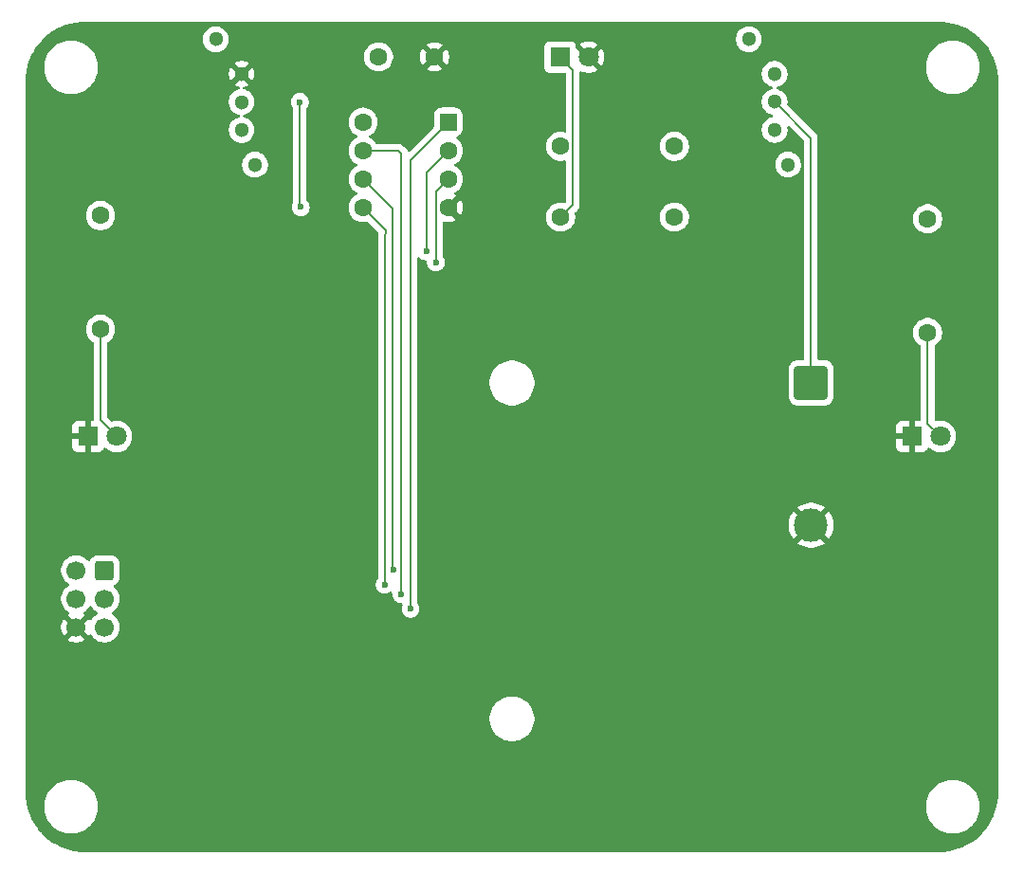
<source format=gbr>
%TF.GenerationSoftware,KiCad,Pcbnew,9.0.7-9.0.7~ubuntu24.04.1*%
%TF.CreationDate,2026-01-20T11:30:11-05:00*%
%TF.ProjectId,GS_Circuit,47535f43-6972-4637-9569-742e6b696361,rev?*%
%TF.SameCoordinates,Original*%
%TF.FileFunction,Copper,L2,Bot*%
%TF.FilePolarity,Positive*%
%FSLAX46Y46*%
G04 Gerber Fmt 4.6, Leading zero omitted, Abs format (unit mm)*
G04 Created by KiCad (PCBNEW 9.0.7-9.0.7~ubuntu24.04.1) date 2026-01-20 11:30:11*
%MOMM*%
%LPD*%
G01*
G04 APERTURE LIST*
G04 Aperture macros list*
%AMRoundRect*
0 Rectangle with rounded corners*
0 $1 Rounding radius*
0 $2 $3 $4 $5 $6 $7 $8 $9 X,Y pos of 4 corners*
0 Add a 4 corners polygon primitive as box body*
4,1,4,$2,$3,$4,$5,$6,$7,$8,$9,$2,$3,0*
0 Add four circle primitives for the rounded corners*
1,1,$1+$1,$2,$3*
1,1,$1+$1,$4,$5*
1,1,$1+$1,$6,$7*
1,1,$1+$1,$8,$9*
0 Add four rect primitives between the rounded corners*
20,1,$1+$1,$2,$3,$4,$5,0*
20,1,$1+$1,$4,$5,$6,$7,0*
20,1,$1+$1,$6,$7,$8,$9,0*
20,1,$1+$1,$8,$9,$2,$3,0*%
G04 Aperture macros list end*
%TA.AperFunction,ComponentPad*%
%ADD10R,1.800000X1.800000*%
%TD*%
%TA.AperFunction,ComponentPad*%
%ADD11C,1.800000*%
%TD*%
%TA.AperFunction,WasherPad*%
%ADD12C,1.300000*%
%TD*%
%TA.AperFunction,ComponentPad*%
%ADD13C,1.300000*%
%TD*%
%TA.AperFunction,ComponentPad*%
%ADD14RoundRect,0.249999X1.250001X1.250001X-1.250001X1.250001X-1.250001X-1.250001X1.250001X-1.250001X0*%
%TD*%
%TA.AperFunction,ComponentPad*%
%ADD15C,3.000000*%
%TD*%
%TA.AperFunction,ComponentPad*%
%ADD16RoundRect,0.250000X0.550000X0.550000X-0.550000X0.550000X-0.550000X-0.550000X0.550000X-0.550000X0*%
%TD*%
%TA.AperFunction,ComponentPad*%
%ADD17C,1.600000*%
%TD*%
%TA.AperFunction,ComponentPad*%
%ADD18RoundRect,0.250000X0.600000X0.600000X-0.600000X0.600000X-0.600000X-0.600000X0.600000X-0.600000X0*%
%TD*%
%TA.AperFunction,ComponentPad*%
%ADD19C,1.700000*%
%TD*%
%TA.AperFunction,ViaPad*%
%ADD20C,0.600000*%
%TD*%
%TA.AperFunction,Conductor*%
%ADD21C,0.200000*%
%TD*%
G04 APERTURE END LIST*
D10*
%TO.P,D1,1,K*%
%TO.N,GND*%
X22150000Y-59960000D03*
D11*
%TO.P,D1,2,A*%
%TO.N,Net-(D1-A)*%
X24690000Y-59960000D03*
%TD*%
D10*
%TO.P,S1,1,K*%
%TO.N,/MISO*%
X64300000Y-26080000D03*
D11*
%TO.P,S1,2,A*%
%TO.N,GND*%
X66840000Y-26080000D03*
%TD*%
D12*
%TO.P,SW2,*%
%TO.N,*%
X84660000Y-35680000D03*
X81160000Y-24480000D03*
D13*
%TO.P,SW2,1,A*%
%TO.N,Net-(BT1-+)*%
X83460000Y-30080000D03*
%TO.P,SW2,2,B*%
%TO.N,VCC*%
X83460000Y-27580000D03*
%TO.P,SW2,3*%
%TO.N,N/C*%
X83460000Y-32580000D03*
%TD*%
D10*
%TO.P,D2,1,K*%
%TO.N,GND*%
X95725000Y-59960000D03*
D11*
%TO.P,D2,2,A*%
%TO.N,Net-(D2-A)*%
X98265000Y-59960000D03*
%TD*%
D12*
%TO.P,SW1,*%
%TO.N,*%
X37060000Y-35690000D03*
X33560000Y-24490000D03*
D13*
%TO.P,SW1,1,1*%
%TO.N,/MOSI*%
X35860000Y-30090000D03*
%TO.P,SW1,2,2*%
%TO.N,GND*%
X35860000Y-27590000D03*
%TO.P,SW1,3*%
%TO.N,N/C*%
X35860000Y-32590000D03*
%TD*%
D14*
%TO.P,BT1,1,+*%
%TO.N,Net-(BT1-+)*%
X86710000Y-55180000D03*
D15*
%TO.P,BT1,2,-*%
%TO.N,GND*%
X86710000Y-67880000D03*
%TD*%
D16*
%TO.P,U2,1,~{RESET}/PB5*%
%TO.N,/~{RST}*%
X54325000Y-31890000D03*
D17*
%TO.P,U2,2,XTAL1/PB3*%
%TO.N,Net-(U2-XTAL1{slash}PB3)*%
X54325000Y-34430000D03*
%TO.P,U2,3,XTAL2/PB4*%
%TO.N,Net-(U2-XTAL2{slash}PB4)*%
X54325000Y-36970000D03*
%TO.P,U2,4,GND*%
%TO.N,GND*%
X54325000Y-39510000D03*
%TO.P,U2,5,AREF/PB0*%
%TO.N,/MOSI*%
X46705000Y-39510000D03*
%TO.P,U2,6,PB1*%
%TO.N,/MISO*%
X46705000Y-36970000D03*
%TO.P,U2,7,PB2*%
%TO.N,/SCK*%
X46705000Y-34430000D03*
%TO.P,U2,8,VCC*%
%TO.N,VCC*%
X46705000Y-31890000D03*
%TD*%
%TO.P,R4,1*%
%TO.N,/~{RST}*%
X64350000Y-34060000D03*
%TO.P,R4,2*%
%TO.N,VCC*%
X74510000Y-34060000D03*
%TD*%
%TO.P,C1,1*%
%TO.N,VCC*%
X48090000Y-26050000D03*
%TO.P,C1,2*%
%TO.N,GND*%
X53090000Y-26050000D03*
%TD*%
%TO.P,R2,1*%
%TO.N,Net-(D2-A)*%
X97130000Y-50680000D03*
%TO.P,R2,2*%
%TO.N,Net-(U2-XTAL2{slash}PB4)*%
X97130000Y-40520000D03*
%TD*%
%TO.P,R3,1*%
%TO.N,VCC*%
X74510000Y-40360000D03*
%TO.P,R3,2*%
%TO.N,/MISO*%
X64350000Y-40360000D03*
%TD*%
%TO.P,R1,1*%
%TO.N,Net-(D1-A)*%
X23260000Y-50400000D03*
%TO.P,R1,2*%
%TO.N,Net-(U2-XTAL1{slash}PB3)*%
X23260000Y-40240000D03*
%TD*%
D18*
%TO.P,J1,1,MISO*%
%TO.N,/MISO*%
X23630000Y-71930000D03*
D19*
%TO.P,J1,2,VCC*%
%TO.N,VCC*%
X21090000Y-71930000D03*
%TO.P,J1,3,SCK*%
%TO.N,/SCK*%
X23630000Y-74470000D03*
%TO.P,J1,4,MOSI*%
%TO.N,/MOSI*%
X21090000Y-74470000D03*
%TO.P,J1,5,~{RST}*%
%TO.N,/~{RST}*%
X23630000Y-77010000D03*
%TO.P,J1,6,GND*%
%TO.N,GND*%
X21090000Y-77010000D03*
%TD*%
D20*
%TO.N,/MISO*%
X49400000Y-71900000D03*
%TO.N,/~{RST}*%
X50950000Y-75370000D03*
%TO.N,/SCK*%
X50110000Y-74040000D03*
%TO.N,/MOSI*%
X48640000Y-73210000D03*
X41070000Y-30090000D03*
X41140000Y-39480000D03*
%TO.N,Net-(U2-XTAL1{slash}PB3)*%
X52350000Y-43440000D03*
%TO.N,Net-(U2-XTAL2{slash}PB4)*%
X53210000Y-44420000D03*
%TD*%
D21*
%TO.N,Net-(BT1-+)*%
X86710000Y-33330000D02*
X83460000Y-30080000D01*
X86710000Y-55180000D02*
X86710000Y-33330000D01*
%TO.N,Net-(D1-A)*%
X23260000Y-50400000D02*
X23260000Y-58530000D01*
X23260000Y-58530000D02*
X24690000Y-59960000D01*
%TO.N,/MISO*%
X65451000Y-27231000D02*
X64300000Y-26080000D01*
X65451000Y-39259000D02*
X65451000Y-27231000D01*
X49380000Y-71880000D02*
X49380000Y-39645000D01*
X49380000Y-39645000D02*
X46705000Y-36970000D01*
X64350000Y-40360000D02*
X65451000Y-39259000D01*
X49400000Y-71900000D02*
X49380000Y-71880000D01*
%TO.N,/~{RST}*%
X50950000Y-35265000D02*
X50950000Y-75370000D01*
X54325000Y-31890000D02*
X50950000Y-35265000D01*
%TO.N,/SCK*%
X46705000Y-34430000D02*
X49859000Y-34430000D01*
X49859000Y-34430000D02*
X50110000Y-34681000D01*
X50110000Y-34681000D02*
X50110000Y-74040000D01*
%TO.N,/MOSI*%
X48770000Y-41575000D02*
X46705000Y-39510000D01*
X41070000Y-39410000D02*
X41140000Y-39480000D01*
X48630000Y-73200000D02*
X48630000Y-41950000D01*
X48640000Y-73210000D02*
X48630000Y-73200000D01*
X41070000Y-30090000D02*
X41070000Y-39410000D01*
X48630000Y-41950000D02*
X48770000Y-41810000D01*
X48770000Y-41810000D02*
X48770000Y-41575000D01*
%TO.N,Net-(U2-XTAL1{slash}PB3)*%
X52350000Y-43440000D02*
X52350000Y-36405000D01*
X52350000Y-36405000D02*
X54325000Y-34430000D01*
%TO.N,Net-(U2-XTAL2{slash}PB4)*%
X53210000Y-44420000D02*
X53210000Y-38085000D01*
X53210000Y-38085000D02*
X54325000Y-36970000D01*
%TO.N,Net-(D2-A)*%
X97130000Y-58825000D02*
X98265000Y-59960000D01*
X97130000Y-50680000D02*
X97130000Y-58825000D01*
%TD*%
%TA.AperFunction,Conductor*%
%TO.N,GND*%
G36*
X22431444Y-75123999D02*
G01*
X22470486Y-75169056D01*
X22474951Y-75177820D01*
X22599890Y-75349786D01*
X22750213Y-75500109D01*
X22922182Y-75625050D01*
X22930946Y-75629516D01*
X22981742Y-75677491D01*
X22998536Y-75745312D01*
X22975998Y-75811447D01*
X22930946Y-75850484D01*
X22922182Y-75854949D01*
X22750213Y-75979890D01*
X22599890Y-76130213D01*
X22474949Y-76302182D01*
X22470202Y-76311499D01*
X22422227Y-76362293D01*
X22354405Y-76379087D01*
X22288271Y-76356548D01*
X22249234Y-76311495D01*
X22244626Y-76302452D01*
X22205270Y-76248282D01*
X22205269Y-76248282D01*
X21572962Y-76880590D01*
X21555925Y-76817007D01*
X21490099Y-76702993D01*
X21397007Y-76609901D01*
X21282993Y-76544075D01*
X21219409Y-76527037D01*
X21851716Y-75894728D01*
X21797547Y-75855373D01*
X21797547Y-75855372D01*
X21788500Y-75850763D01*
X21737706Y-75802788D01*
X21720912Y-75734966D01*
X21743451Y-75668832D01*
X21788508Y-75629793D01*
X21797816Y-75625051D01*
X21877007Y-75567515D01*
X21969786Y-75500109D01*
X21969788Y-75500106D01*
X21969792Y-75500104D01*
X22120104Y-75349792D01*
X22120106Y-75349788D01*
X22120109Y-75349786D01*
X22245048Y-75177820D01*
X22245047Y-75177820D01*
X22245051Y-75177816D01*
X22249514Y-75169054D01*
X22297488Y-75118259D01*
X22365308Y-75101463D01*
X22431444Y-75123999D01*
G37*
%TD.AperFunction*%
%TA.AperFunction,Conductor*%
G36*
X98102562Y-22916605D02*
G01*
X98535328Y-22934505D01*
X98545501Y-22935348D01*
X98972791Y-22988609D01*
X98982871Y-22990291D01*
X99404292Y-23078654D01*
X99414200Y-23081163D01*
X99826886Y-23204025D01*
X99836554Y-23207344D01*
X100147645Y-23328732D01*
X100237663Y-23363858D01*
X100247042Y-23367971D01*
X100633876Y-23557083D01*
X100642849Y-23561939D01*
X100925739Y-23730505D01*
X101012751Y-23782353D01*
X101021330Y-23787959D01*
X101371734Y-24038141D01*
X101379811Y-24044428D01*
X101681515Y-24299959D01*
X101708366Y-24322701D01*
X101715906Y-24329642D01*
X102020357Y-24634093D01*
X102027298Y-24641633D01*
X102278030Y-24937671D01*
X102305567Y-24970183D01*
X102311862Y-24978271D01*
X102562040Y-25328669D01*
X102567646Y-25337248D01*
X102680457Y-25526569D01*
X102760362Y-25660667D01*
X102788051Y-25707134D01*
X102792920Y-25716132D01*
X102880660Y-25895606D01*
X102982025Y-26102951D01*
X102986141Y-26112336D01*
X103142650Y-26513433D01*
X103145978Y-26523126D01*
X103268832Y-26935786D01*
X103271348Y-26945721D01*
X103359705Y-27367114D01*
X103361392Y-27377223D01*
X103414649Y-27804477D01*
X103415495Y-27814691D01*
X103433394Y-28247437D01*
X103433500Y-28252561D01*
X103433500Y-91747438D01*
X103433394Y-91752562D01*
X103415495Y-92185308D01*
X103414649Y-92195522D01*
X103361392Y-92622776D01*
X103359705Y-92632885D01*
X103271348Y-93054278D01*
X103268832Y-93064213D01*
X103145978Y-93476873D01*
X103142650Y-93486566D01*
X102986141Y-93887663D01*
X102982025Y-93897048D01*
X102792929Y-94283851D01*
X102788051Y-94292865D01*
X102567646Y-94662751D01*
X102562040Y-94671330D01*
X102311862Y-95021728D01*
X102305567Y-95029816D01*
X102027298Y-95358366D01*
X102020357Y-95365906D01*
X101715906Y-95670357D01*
X101708366Y-95677298D01*
X101379816Y-95955567D01*
X101371728Y-95961862D01*
X101021330Y-96212040D01*
X101012751Y-96217646D01*
X100642865Y-96438051D01*
X100633857Y-96442925D01*
X100511356Y-96502812D01*
X100247048Y-96632025D01*
X100237663Y-96636141D01*
X99836566Y-96792650D01*
X99826873Y-96795978D01*
X99414213Y-96918832D01*
X99404278Y-96921348D01*
X98982885Y-97009705D01*
X98972776Y-97011392D01*
X98545522Y-97064649D01*
X98535308Y-97065495D01*
X98102563Y-97083394D01*
X98097439Y-97083500D01*
X21902561Y-97083500D01*
X21897437Y-97083394D01*
X21464691Y-97065495D01*
X21454477Y-97064649D01*
X21027223Y-97011392D01*
X21017114Y-97009705D01*
X20595721Y-96921348D01*
X20585786Y-96918832D01*
X20173126Y-96795978D01*
X20163433Y-96792650D01*
X19762336Y-96636141D01*
X19752951Y-96632025D01*
X19662031Y-96587577D01*
X19366132Y-96442920D01*
X19357141Y-96438055D01*
X19176569Y-96330457D01*
X18987248Y-96217646D01*
X18978669Y-96212040D01*
X18628271Y-95961862D01*
X18620183Y-95955567D01*
X18291633Y-95677298D01*
X18284093Y-95670357D01*
X17979642Y-95365906D01*
X17972701Y-95358366D01*
X17948943Y-95330315D01*
X17694428Y-95029811D01*
X17688137Y-95021728D01*
X17658942Y-94980838D01*
X17437959Y-94671330D01*
X17432353Y-94662751D01*
X17282514Y-94411289D01*
X17211939Y-94292849D01*
X17207083Y-94283876D01*
X17017971Y-93897042D01*
X17013858Y-93887663D01*
X16978732Y-93797645D01*
X16857344Y-93486554D01*
X16854025Y-93476886D01*
X16731163Y-93064200D01*
X16728654Y-93054292D01*
X16693196Y-92885186D01*
X18229500Y-92885186D01*
X18229500Y-93154813D01*
X18259686Y-93422719D01*
X18259687Y-93422728D01*
X18259688Y-93422732D01*
X18274258Y-93486566D01*
X18319684Y-93685594D01*
X18319687Y-93685602D01*
X18408734Y-93940082D01*
X18525714Y-94182994D01*
X18525716Y-94182997D01*
X18669162Y-94411289D01*
X18837266Y-94622085D01*
X19027915Y-94812734D01*
X19238711Y-94980838D01*
X19467003Y-95124284D01*
X19709921Y-95241267D01*
X19901049Y-95308145D01*
X19964397Y-95330312D01*
X19964405Y-95330315D01*
X19964408Y-95330315D01*
X19964409Y-95330316D01*
X20227268Y-95390312D01*
X20495187Y-95420499D01*
X20495188Y-95420500D01*
X20495191Y-95420500D01*
X20764812Y-95420500D01*
X20764812Y-95420499D01*
X21032732Y-95390312D01*
X21295591Y-95330316D01*
X21550079Y-95241267D01*
X21792997Y-95124284D01*
X22021289Y-94980838D01*
X22232085Y-94812734D01*
X22422734Y-94622085D01*
X22590838Y-94411289D01*
X22734284Y-94182997D01*
X22851267Y-93940079D01*
X22940316Y-93685591D01*
X23000312Y-93422732D01*
X23030500Y-93154809D01*
X23030500Y-92885191D01*
X23030499Y-92885186D01*
X96969500Y-92885186D01*
X96969500Y-93154813D01*
X96999686Y-93422719D01*
X96999687Y-93422728D01*
X96999688Y-93422732D01*
X97014258Y-93486566D01*
X97059684Y-93685594D01*
X97059687Y-93685602D01*
X97148734Y-93940082D01*
X97265714Y-94182994D01*
X97265716Y-94182997D01*
X97409162Y-94411289D01*
X97577266Y-94622085D01*
X97767915Y-94812734D01*
X97978711Y-94980838D01*
X98207003Y-95124284D01*
X98449921Y-95241267D01*
X98641049Y-95308145D01*
X98704397Y-95330312D01*
X98704405Y-95330315D01*
X98704408Y-95330315D01*
X98704409Y-95330316D01*
X98967268Y-95390312D01*
X99235187Y-95420499D01*
X99235188Y-95420500D01*
X99235191Y-95420500D01*
X99504812Y-95420500D01*
X99504812Y-95420499D01*
X99772732Y-95390312D01*
X100035591Y-95330316D01*
X100290079Y-95241267D01*
X100532997Y-95124284D01*
X100761289Y-94980838D01*
X100972085Y-94812734D01*
X101162734Y-94622085D01*
X101330838Y-94411289D01*
X101474284Y-94182997D01*
X101591267Y-93940079D01*
X101680316Y-93685591D01*
X101740312Y-93422732D01*
X101770500Y-93154809D01*
X101770500Y-92885191D01*
X101740312Y-92617268D01*
X101680316Y-92354409D01*
X101591267Y-92099921D01*
X101474284Y-91857003D01*
X101330838Y-91628711D01*
X101162734Y-91417915D01*
X100972085Y-91227266D01*
X100761289Y-91059162D01*
X100532997Y-90915716D01*
X100532994Y-90915714D01*
X100290082Y-90798734D01*
X100035602Y-90709687D01*
X100035594Y-90709684D01*
X99838446Y-90664687D01*
X99772732Y-90649688D01*
X99772728Y-90649687D01*
X99772719Y-90649686D01*
X99504813Y-90619500D01*
X99504809Y-90619500D01*
X99235191Y-90619500D01*
X99235186Y-90619500D01*
X98967280Y-90649686D01*
X98967268Y-90649688D01*
X98704405Y-90709684D01*
X98704397Y-90709687D01*
X98449917Y-90798734D01*
X98207005Y-90915714D01*
X97978712Y-91059161D01*
X97767915Y-91227265D01*
X97577265Y-91417915D01*
X97409161Y-91628712D01*
X97265714Y-91857005D01*
X97148734Y-92099917D01*
X97059687Y-92354397D01*
X97059684Y-92354405D01*
X96999688Y-92617268D01*
X96999686Y-92617280D01*
X96969500Y-92885186D01*
X23030499Y-92885186D01*
X23000312Y-92617268D01*
X22940316Y-92354409D01*
X22851267Y-92099921D01*
X22734284Y-91857003D01*
X22590838Y-91628711D01*
X22422734Y-91417915D01*
X22232085Y-91227266D01*
X22021289Y-91059162D01*
X21792997Y-90915716D01*
X21792994Y-90915714D01*
X21550082Y-90798734D01*
X21295602Y-90709687D01*
X21295594Y-90709684D01*
X21098446Y-90664687D01*
X21032732Y-90649688D01*
X21032728Y-90649687D01*
X21032719Y-90649686D01*
X20764813Y-90619500D01*
X20764809Y-90619500D01*
X20495191Y-90619500D01*
X20495186Y-90619500D01*
X20227280Y-90649686D01*
X20227268Y-90649688D01*
X19964405Y-90709684D01*
X19964397Y-90709687D01*
X19709917Y-90798734D01*
X19467005Y-90915714D01*
X19238712Y-91059161D01*
X19027915Y-91227265D01*
X18837265Y-91417915D01*
X18669161Y-91628712D01*
X18525714Y-91857005D01*
X18408734Y-92099917D01*
X18319687Y-92354397D01*
X18319684Y-92354405D01*
X18259688Y-92617268D01*
X18259686Y-92617280D01*
X18229500Y-92885186D01*
X16693196Y-92885186D01*
X16640291Y-92632871D01*
X16638609Y-92622791D01*
X16585348Y-92195501D01*
X16584505Y-92185328D01*
X16566606Y-91752562D01*
X16566500Y-91747438D01*
X16566500Y-85048872D01*
X58009500Y-85048872D01*
X58009500Y-85311127D01*
X58036123Y-85513339D01*
X58043730Y-85571116D01*
X58111602Y-85824418D01*
X58111605Y-85824428D01*
X58211953Y-86066690D01*
X58211958Y-86066700D01*
X58343075Y-86293803D01*
X58502718Y-86501851D01*
X58502726Y-86501860D01*
X58688140Y-86687274D01*
X58688148Y-86687281D01*
X58896196Y-86846924D01*
X59123299Y-86978041D01*
X59123309Y-86978046D01*
X59365571Y-87078394D01*
X59365581Y-87078398D01*
X59618884Y-87146270D01*
X59878880Y-87180500D01*
X59878887Y-87180500D01*
X60141113Y-87180500D01*
X60141120Y-87180500D01*
X60401116Y-87146270D01*
X60654419Y-87078398D01*
X60896697Y-86978043D01*
X61123803Y-86846924D01*
X61331851Y-86687282D01*
X61331855Y-86687277D01*
X61331860Y-86687274D01*
X61517274Y-86501860D01*
X61517277Y-86501855D01*
X61517282Y-86501851D01*
X61676924Y-86293803D01*
X61808043Y-86066697D01*
X61908398Y-85824419D01*
X61976270Y-85571116D01*
X62010500Y-85311120D01*
X62010500Y-85048880D01*
X61976270Y-84788884D01*
X61908398Y-84535581D01*
X61908394Y-84535571D01*
X61808046Y-84293309D01*
X61808041Y-84293299D01*
X61676924Y-84066196D01*
X61517281Y-83858148D01*
X61517274Y-83858140D01*
X61331860Y-83672726D01*
X61331851Y-83672718D01*
X61123803Y-83513075D01*
X60896700Y-83381958D01*
X60896690Y-83381953D01*
X60654428Y-83281605D01*
X60654421Y-83281603D01*
X60654419Y-83281602D01*
X60401116Y-83213730D01*
X60343339Y-83206123D01*
X60141127Y-83179500D01*
X60141120Y-83179500D01*
X59878880Y-83179500D01*
X59878872Y-83179500D01*
X59647772Y-83209926D01*
X59618884Y-83213730D01*
X59365581Y-83281602D01*
X59365571Y-83281605D01*
X59123309Y-83381953D01*
X59123299Y-83381958D01*
X58896196Y-83513075D01*
X58688148Y-83672718D01*
X58502718Y-83858148D01*
X58343075Y-84066196D01*
X58211958Y-84293299D01*
X58211953Y-84293309D01*
X58111605Y-84535571D01*
X58111602Y-84535581D01*
X58043730Y-84788885D01*
X58009500Y-85048872D01*
X16566500Y-85048872D01*
X16566500Y-71823713D01*
X19739500Y-71823713D01*
X19739500Y-72036286D01*
X19772753Y-72246239D01*
X19838444Y-72448414D01*
X19934951Y-72637820D01*
X20059890Y-72809786D01*
X20210213Y-72960109D01*
X20382182Y-73085050D01*
X20390946Y-73089516D01*
X20441742Y-73137491D01*
X20458536Y-73205312D01*
X20435998Y-73271447D01*
X20390946Y-73310484D01*
X20382182Y-73314949D01*
X20210213Y-73439890D01*
X20059890Y-73590213D01*
X19934951Y-73762179D01*
X19838444Y-73951585D01*
X19772753Y-74153760D01*
X19739500Y-74363713D01*
X19739500Y-74576286D01*
X19766917Y-74749394D01*
X19772754Y-74786243D01*
X19836407Y-74982147D01*
X19838444Y-74988414D01*
X19934951Y-75177820D01*
X20059890Y-75349786D01*
X20210213Y-75500109D01*
X20382179Y-75625048D01*
X20382181Y-75625049D01*
X20382184Y-75625051D01*
X20391493Y-75629794D01*
X20442290Y-75677766D01*
X20459087Y-75745587D01*
X20436552Y-75811722D01*
X20391505Y-75850760D01*
X20382446Y-75855376D01*
X20382440Y-75855380D01*
X20328282Y-75894727D01*
X20328282Y-75894728D01*
X20960591Y-76527037D01*
X20897007Y-76544075D01*
X20782993Y-76609901D01*
X20689901Y-76702993D01*
X20624075Y-76817007D01*
X20607037Y-76880591D01*
X19974728Y-76248282D01*
X19974727Y-76248282D01*
X19935380Y-76302439D01*
X19838904Y-76491782D01*
X19773242Y-76693869D01*
X19773242Y-76693872D01*
X19740000Y-76903753D01*
X19740000Y-77116246D01*
X19773242Y-77326127D01*
X19773242Y-77326130D01*
X19838904Y-77528217D01*
X19935375Y-77717550D01*
X19974728Y-77771716D01*
X20607037Y-77139408D01*
X20624075Y-77202993D01*
X20689901Y-77317007D01*
X20782993Y-77410099D01*
X20897007Y-77475925D01*
X20960590Y-77492962D01*
X20328282Y-78125269D01*
X20328282Y-78125270D01*
X20382449Y-78164624D01*
X20571782Y-78261095D01*
X20773870Y-78326757D01*
X20983754Y-78360000D01*
X21196246Y-78360000D01*
X21406127Y-78326757D01*
X21406130Y-78326757D01*
X21608217Y-78261095D01*
X21797554Y-78164622D01*
X21851716Y-78125270D01*
X21851717Y-78125270D01*
X21219408Y-77492962D01*
X21282993Y-77475925D01*
X21397007Y-77410099D01*
X21490099Y-77317007D01*
X21555925Y-77202993D01*
X21572962Y-77139409D01*
X22205270Y-77771717D01*
X22205270Y-77771716D01*
X22244622Y-77717555D01*
X22249232Y-77708507D01*
X22297205Y-77657709D01*
X22365025Y-77640912D01*
X22431161Y-77663447D01*
X22470204Y-77708504D01*
X22474949Y-77717817D01*
X22599890Y-77889786D01*
X22750213Y-78040109D01*
X22922179Y-78165048D01*
X22922181Y-78165049D01*
X22922184Y-78165051D01*
X23111588Y-78261557D01*
X23313757Y-78327246D01*
X23523713Y-78360500D01*
X23523714Y-78360500D01*
X23736286Y-78360500D01*
X23736287Y-78360500D01*
X23946243Y-78327246D01*
X24148412Y-78261557D01*
X24337816Y-78165051D01*
X24392572Y-78125269D01*
X24509786Y-78040109D01*
X24509788Y-78040106D01*
X24509792Y-78040104D01*
X24660104Y-77889792D01*
X24660106Y-77889788D01*
X24660109Y-77889786D01*
X24785048Y-77717820D01*
X24785050Y-77717817D01*
X24785051Y-77717816D01*
X24881557Y-77528412D01*
X24947246Y-77326243D01*
X24980500Y-77116287D01*
X24980500Y-76903713D01*
X24947246Y-76693757D01*
X24881557Y-76491588D01*
X24785051Y-76302184D01*
X24785049Y-76302181D01*
X24785048Y-76302179D01*
X24660109Y-76130213D01*
X24509786Y-75979890D01*
X24337820Y-75854951D01*
X24329600Y-75850763D01*
X24329054Y-75850485D01*
X24278259Y-75802512D01*
X24261463Y-75734692D01*
X24283999Y-75668556D01*
X24329054Y-75629515D01*
X24337816Y-75625051D01*
X24367494Y-75603489D01*
X24509786Y-75500109D01*
X24509788Y-75500106D01*
X24509792Y-75500104D01*
X24660104Y-75349792D01*
X24660106Y-75349788D01*
X24660109Y-75349786D01*
X24785048Y-75177820D01*
X24785047Y-75177820D01*
X24785051Y-75177816D01*
X24881557Y-74988412D01*
X24947246Y-74786243D01*
X24980500Y-74576287D01*
X24980500Y-74363713D01*
X24947246Y-74153757D01*
X24881557Y-73951588D01*
X24785051Y-73762184D01*
X24785049Y-73762181D01*
X24785048Y-73762179D01*
X24660109Y-73590213D01*
X24509790Y-73439894D01*
X24509785Y-73439890D01*
X24504891Y-73436334D01*
X24462227Y-73381003D01*
X24456249Y-73311390D01*
X24488857Y-73249595D01*
X24538774Y-73218312D01*
X24549334Y-73214814D01*
X24698656Y-73122712D01*
X24822712Y-72998656D01*
X24914814Y-72849334D01*
X24969999Y-72682797D01*
X24980500Y-72580009D01*
X24980499Y-71279992D01*
X24969999Y-71177203D01*
X24914814Y-71010666D01*
X24822712Y-70861344D01*
X24698656Y-70737288D01*
X24549334Y-70645186D01*
X24382797Y-70590001D01*
X24382795Y-70590000D01*
X24280010Y-70579500D01*
X22979998Y-70579500D01*
X22979981Y-70579501D01*
X22877203Y-70590000D01*
X22877200Y-70590001D01*
X22710668Y-70645185D01*
X22710663Y-70645187D01*
X22561342Y-70737289D01*
X22437289Y-70861342D01*
X22345187Y-71010663D01*
X22345183Y-71010673D01*
X22341685Y-71021229D01*
X22301910Y-71078672D01*
X22237393Y-71105493D01*
X22168618Y-71093174D01*
X22123663Y-71055106D01*
X22120105Y-71050209D01*
X21969786Y-70899890D01*
X21797820Y-70774951D01*
X21608414Y-70678444D01*
X21608413Y-70678443D01*
X21608412Y-70678443D01*
X21406243Y-70612754D01*
X21406241Y-70612753D01*
X21406240Y-70612753D01*
X21244957Y-70587208D01*
X21196287Y-70579500D01*
X20983713Y-70579500D01*
X20935042Y-70587208D01*
X20773760Y-70612753D01*
X20571585Y-70678444D01*
X20382179Y-70774951D01*
X20210213Y-70899890D01*
X20059890Y-71050213D01*
X19934951Y-71222179D01*
X19838444Y-71411585D01*
X19772753Y-71613760D01*
X19739500Y-71823713D01*
X16566500Y-71823713D01*
X16566500Y-59012155D01*
X20750000Y-59012155D01*
X20750000Y-59710000D01*
X21774722Y-59710000D01*
X21730667Y-59786306D01*
X21700000Y-59900756D01*
X21700000Y-60019244D01*
X21730667Y-60133694D01*
X21774722Y-60210000D01*
X20750000Y-60210000D01*
X20750000Y-60907844D01*
X20756401Y-60967372D01*
X20756403Y-60967379D01*
X20806645Y-61102086D01*
X20806649Y-61102093D01*
X20892809Y-61217187D01*
X20892812Y-61217190D01*
X21007906Y-61303350D01*
X21007913Y-61303354D01*
X21142620Y-61353596D01*
X21142627Y-61353598D01*
X21202155Y-61359999D01*
X21202172Y-61360000D01*
X21900000Y-61360000D01*
X21900000Y-60335277D01*
X21976306Y-60379333D01*
X22090756Y-60410000D01*
X22209244Y-60410000D01*
X22323694Y-60379333D01*
X22400000Y-60335277D01*
X22400000Y-61360000D01*
X23097828Y-61360000D01*
X23097844Y-61359999D01*
X23157372Y-61353598D01*
X23157379Y-61353596D01*
X23292086Y-61303354D01*
X23292093Y-61303350D01*
X23407187Y-61217190D01*
X23407190Y-61217187D01*
X23493350Y-61102093D01*
X23493354Y-61102086D01*
X23523213Y-61022031D01*
X23565084Y-60966097D01*
X23630548Y-60941680D01*
X23698821Y-60956531D01*
X23727076Y-60977683D01*
X23777636Y-61028243D01*
X23777641Y-61028247D01*
X23933192Y-61141260D01*
X23955978Y-61157815D01*
X24072501Y-61217187D01*
X24152393Y-61257895D01*
X24152396Y-61257896D01*
X24257221Y-61291955D01*
X24362049Y-61326015D01*
X24579778Y-61360500D01*
X24579779Y-61360500D01*
X24800221Y-61360500D01*
X24800222Y-61360500D01*
X25017951Y-61326015D01*
X25227606Y-61257895D01*
X25424022Y-61157815D01*
X25602365Y-61028242D01*
X25758242Y-60872365D01*
X25887815Y-60694022D01*
X25987895Y-60497606D01*
X26056015Y-60287951D01*
X26090500Y-60070222D01*
X26090500Y-59849778D01*
X26056015Y-59632049D01*
X26021955Y-59527221D01*
X25987896Y-59422396D01*
X25987895Y-59422393D01*
X25953237Y-59354375D01*
X25887815Y-59225978D01*
X25864375Y-59193716D01*
X25758247Y-59047641D01*
X25758243Y-59047636D01*
X25602363Y-58891756D01*
X25602358Y-58891752D01*
X25424025Y-58762187D01*
X25424024Y-58762186D01*
X25424022Y-58762185D01*
X25361096Y-58730122D01*
X25227606Y-58662104D01*
X25227603Y-58662103D01*
X25017952Y-58593985D01*
X24893476Y-58574270D01*
X24800222Y-58559500D01*
X24579778Y-58559500D01*
X24536232Y-58566397D01*
X24362045Y-58593985D01*
X24291794Y-58616811D01*
X24221953Y-58618806D01*
X24165796Y-58586561D01*
X23896819Y-58317584D01*
X23863334Y-58256261D01*
X23860500Y-58229903D01*
X23860500Y-51629601D01*
X23880185Y-51562562D01*
X23928206Y-51519116D01*
X23941610Y-51512287D01*
X24107219Y-51391966D01*
X24251966Y-51247219D01*
X24251968Y-51247215D01*
X24251971Y-51247213D01*
X24304732Y-51174590D01*
X24372287Y-51081610D01*
X24465220Y-50899219D01*
X24528477Y-50704534D01*
X24560500Y-50502352D01*
X24560500Y-50297648D01*
X24528477Y-50095466D01*
X24465220Y-49900781D01*
X24465218Y-49900778D01*
X24465218Y-49900776D01*
X24430572Y-49832781D01*
X24372287Y-49718390D01*
X24350228Y-49688028D01*
X24251971Y-49552786D01*
X24107213Y-49408028D01*
X23941613Y-49287715D01*
X23941612Y-49287714D01*
X23941610Y-49287713D01*
X23884653Y-49258691D01*
X23759223Y-49194781D01*
X23564534Y-49131522D01*
X23389995Y-49103878D01*
X23362352Y-49099500D01*
X23157648Y-49099500D01*
X23133329Y-49103351D01*
X22955465Y-49131522D01*
X22760776Y-49194781D01*
X22578386Y-49287715D01*
X22412786Y-49408028D01*
X22268028Y-49552786D01*
X22147715Y-49718386D01*
X22054781Y-49900776D01*
X21991522Y-50095465D01*
X21959500Y-50297648D01*
X21959500Y-50502351D01*
X21991522Y-50704534D01*
X22054781Y-50899223D01*
X22147715Y-51081613D01*
X22268028Y-51247213D01*
X22268034Y-51247219D01*
X22412781Y-51391966D01*
X22578390Y-51512287D01*
X22591793Y-51519116D01*
X22642589Y-51567088D01*
X22659500Y-51629601D01*
X22659500Y-58436000D01*
X22639815Y-58503039D01*
X22587011Y-58548794D01*
X22535500Y-58560000D01*
X22400000Y-58560000D01*
X22400000Y-59584722D01*
X22323694Y-59540667D01*
X22209244Y-59510000D01*
X22090756Y-59510000D01*
X21976306Y-59540667D01*
X21900000Y-59584722D01*
X21900000Y-58560000D01*
X21202155Y-58560000D01*
X21142627Y-58566401D01*
X21142620Y-58566403D01*
X21007913Y-58616645D01*
X21007906Y-58616649D01*
X20892812Y-58702809D01*
X20892809Y-58702812D01*
X20806649Y-58817906D01*
X20806645Y-58817913D01*
X20756403Y-58952620D01*
X20756401Y-58952627D01*
X20750000Y-59012155D01*
X16566500Y-59012155D01*
X16566500Y-40137648D01*
X21959500Y-40137648D01*
X21959500Y-40342351D01*
X21991522Y-40544534D01*
X22054781Y-40739223D01*
X22147715Y-40921613D01*
X22268028Y-41087213D01*
X22412786Y-41231971D01*
X22567749Y-41344556D01*
X22578390Y-41352287D01*
X22694607Y-41411503D01*
X22760776Y-41445218D01*
X22760778Y-41445218D01*
X22760781Y-41445220D01*
X22844085Y-41472287D01*
X22955465Y-41508477D01*
X23056557Y-41524488D01*
X23157648Y-41540500D01*
X23157649Y-41540500D01*
X23362351Y-41540500D01*
X23362352Y-41540500D01*
X23564534Y-41508477D01*
X23759219Y-41445220D01*
X23941610Y-41352287D01*
X24034590Y-41284732D01*
X24107213Y-41231971D01*
X24107215Y-41231968D01*
X24107219Y-41231966D01*
X24251966Y-41087219D01*
X24251968Y-41087215D01*
X24251971Y-41087213D01*
X24304732Y-41014590D01*
X24372287Y-40921610D01*
X24465220Y-40739219D01*
X24528477Y-40544534D01*
X24560500Y-40342352D01*
X24560500Y-40137648D01*
X24547484Y-40055472D01*
X24528477Y-39935465D01*
X24489184Y-39814534D01*
X24465220Y-39740781D01*
X24465218Y-39740778D01*
X24465218Y-39740776D01*
X24426299Y-39664394D01*
X24372287Y-39558390D01*
X24339153Y-39512784D01*
X24251971Y-39392786D01*
X24107213Y-39248028D01*
X23941613Y-39127715D01*
X23941612Y-39127714D01*
X23941610Y-39127713D01*
X23870583Y-39091523D01*
X23759223Y-39034781D01*
X23564534Y-38971522D01*
X23389995Y-38943878D01*
X23362352Y-38939500D01*
X23157648Y-38939500D01*
X23133329Y-38943351D01*
X22955465Y-38971522D01*
X22760776Y-39034781D01*
X22578386Y-39127715D01*
X22412786Y-39248028D01*
X22268028Y-39392786D01*
X22147715Y-39558386D01*
X22054781Y-39740776D01*
X21991522Y-39935465D01*
X21959500Y-40137648D01*
X16566500Y-40137648D01*
X16566500Y-35599448D01*
X35909500Y-35599448D01*
X35909500Y-35780551D01*
X35937829Y-35959410D01*
X35993787Y-36131636D01*
X35993788Y-36131639D01*
X36044370Y-36230910D01*
X36073658Y-36288390D01*
X36076006Y-36292997D01*
X36182441Y-36439494D01*
X36182445Y-36439499D01*
X36310500Y-36567554D01*
X36310505Y-36567558D01*
X36429119Y-36653735D01*
X36457006Y-36673996D01*
X36562484Y-36727740D01*
X36618360Y-36756211D01*
X36618363Y-36756212D01*
X36704476Y-36784191D01*
X36790591Y-36812171D01*
X36873429Y-36825291D01*
X36969449Y-36840500D01*
X36969454Y-36840500D01*
X37150551Y-36840500D01*
X37237259Y-36826765D01*
X37329409Y-36812171D01*
X37501639Y-36756211D01*
X37662994Y-36673996D01*
X37809501Y-36567553D01*
X37937553Y-36439501D01*
X38043996Y-36292994D01*
X38126211Y-36131639D01*
X38182171Y-35959409D01*
X38198278Y-35857713D01*
X38210500Y-35780551D01*
X38210500Y-35599448D01*
X38184528Y-35435475D01*
X38182171Y-35420591D01*
X38148041Y-35315548D01*
X38126212Y-35248363D01*
X38126211Y-35248360D01*
X38087449Y-35172287D01*
X38043996Y-35087006D01*
X38002942Y-35030500D01*
X37937558Y-34940505D01*
X37937554Y-34940500D01*
X37809499Y-34812445D01*
X37809494Y-34812441D01*
X37662997Y-34706006D01*
X37662996Y-34706005D01*
X37662994Y-34706004D01*
X37611300Y-34679664D01*
X37501639Y-34623788D01*
X37501636Y-34623787D01*
X37329410Y-34567829D01*
X37150551Y-34539500D01*
X37150546Y-34539500D01*
X36969454Y-34539500D01*
X36969449Y-34539500D01*
X36790589Y-34567829D01*
X36618363Y-34623787D01*
X36618360Y-34623788D01*
X36457002Y-34706006D01*
X36310505Y-34812441D01*
X36310500Y-34812445D01*
X36182445Y-34940500D01*
X36182441Y-34940505D01*
X36076006Y-35087002D01*
X35993788Y-35248360D01*
X35993787Y-35248363D01*
X35937829Y-35420589D01*
X35909500Y-35599448D01*
X16566500Y-35599448D01*
X16566500Y-29999448D01*
X34709500Y-29999448D01*
X34709500Y-30180551D01*
X34737829Y-30359410D01*
X34793787Y-30531636D01*
X34793788Y-30531639D01*
X34823271Y-30589501D01*
X34871819Y-30684781D01*
X34876006Y-30692997D01*
X34982441Y-30839494D01*
X34982445Y-30839499D01*
X35110500Y-30967554D01*
X35110505Y-30967558D01*
X35183599Y-31020663D01*
X35257006Y-31073996D01*
X35362484Y-31127740D01*
X35418360Y-31156211D01*
X35418363Y-31156212D01*
X35504476Y-31184191D01*
X35590591Y-31212171D01*
X35615291Y-31216083D01*
X35624406Y-31217527D01*
X35687540Y-31247457D01*
X35724471Y-31306768D01*
X35723473Y-31376631D01*
X35684863Y-31434863D01*
X35624406Y-31462473D01*
X35590589Y-31467829D01*
X35418363Y-31523787D01*
X35418360Y-31523788D01*
X35257002Y-31606006D01*
X35110505Y-31712441D01*
X35110500Y-31712445D01*
X34982445Y-31840500D01*
X34982441Y-31840505D01*
X34876006Y-31987002D01*
X34793788Y-32148360D01*
X34793787Y-32148363D01*
X34737829Y-32320589D01*
X34709500Y-32499448D01*
X34709500Y-32680551D01*
X34737829Y-32859410D01*
X34793787Y-33031636D01*
X34793788Y-33031639D01*
X34827710Y-33098213D01*
X34870910Y-33182997D01*
X34876006Y-33192997D01*
X34982441Y-33339494D01*
X34982445Y-33339499D01*
X35110500Y-33467554D01*
X35110505Y-33467558D01*
X35238287Y-33560396D01*
X35257006Y-33573996D01*
X35315380Y-33603739D01*
X35418360Y-33656211D01*
X35418363Y-33656212D01*
X35504476Y-33684191D01*
X35590591Y-33712171D01*
X35673429Y-33725291D01*
X35769449Y-33740500D01*
X35769454Y-33740500D01*
X35950551Y-33740500D01*
X36037259Y-33726765D01*
X36129409Y-33712171D01*
X36301639Y-33656211D01*
X36462994Y-33573996D01*
X36609501Y-33467553D01*
X36737553Y-33339501D01*
X36843996Y-33192994D01*
X36926211Y-33031639D01*
X36982171Y-32859409D01*
X37001525Y-32737213D01*
X37010500Y-32680551D01*
X37010500Y-32499448D01*
X36985445Y-32341263D01*
X36982171Y-32320591D01*
X36926211Y-32148361D01*
X36926211Y-32148360D01*
X36897740Y-32092484D01*
X36843996Y-31987006D01*
X36830396Y-31968287D01*
X36737558Y-31840505D01*
X36737554Y-31840500D01*
X36609499Y-31712445D01*
X36609494Y-31712441D01*
X36462997Y-31606006D01*
X36462996Y-31606005D01*
X36462994Y-31606004D01*
X36411300Y-31579664D01*
X36301639Y-31523788D01*
X36301636Y-31523787D01*
X36129410Y-31467829D01*
X36095594Y-31462473D01*
X36032459Y-31432544D01*
X35995528Y-31373232D01*
X35996526Y-31303370D01*
X36035136Y-31245137D01*
X36095594Y-31217527D01*
X36103388Y-31216292D01*
X36129409Y-31212171D01*
X36301639Y-31156211D01*
X36462994Y-31073996D01*
X36609501Y-30967553D01*
X36737553Y-30839501D01*
X36843996Y-30692994D01*
X36926211Y-30531639D01*
X36982171Y-30359409D01*
X36996765Y-30267259D01*
X37010500Y-30180551D01*
X37010500Y-30011153D01*
X40269500Y-30011153D01*
X40269500Y-30168846D01*
X40300261Y-30323489D01*
X40300264Y-30323501D01*
X40360602Y-30469172D01*
X40360609Y-30469185D01*
X40448602Y-30600874D01*
X40469480Y-30667551D01*
X40469500Y-30669765D01*
X40469500Y-39004996D01*
X40449815Y-39072035D01*
X40448602Y-39073887D01*
X40430609Y-39100814D01*
X40430602Y-39100827D01*
X40370264Y-39246498D01*
X40370261Y-39246510D01*
X40339500Y-39401153D01*
X40339500Y-39558846D01*
X40370261Y-39713489D01*
X40370264Y-39713501D01*
X40430602Y-39859172D01*
X40430609Y-39859185D01*
X40518210Y-39990288D01*
X40518213Y-39990292D01*
X40629707Y-40101786D01*
X40629711Y-40101789D01*
X40760814Y-40189390D01*
X40760827Y-40189397D01*
X40873148Y-40235921D01*
X40906503Y-40249737D01*
X41061153Y-40280499D01*
X41061156Y-40280500D01*
X41061158Y-40280500D01*
X41218844Y-40280500D01*
X41218845Y-40280499D01*
X41373497Y-40249737D01*
X41519179Y-40189394D01*
X41650289Y-40101789D01*
X41761789Y-39990289D01*
X41849394Y-39859179D01*
X41909737Y-39713497D01*
X41940500Y-39558842D01*
X41940500Y-39401158D01*
X41940500Y-39401155D01*
X41940499Y-39401153D01*
X41926627Y-39331416D01*
X41909737Y-39246503D01*
X41871745Y-39154781D01*
X41849397Y-39100827D01*
X41849390Y-39100814D01*
X41761789Y-38969711D01*
X41761786Y-38969707D01*
X41706819Y-38914740D01*
X41673334Y-38853417D01*
X41670500Y-38827059D01*
X41670500Y-31787648D01*
X45404500Y-31787648D01*
X45404500Y-31992351D01*
X45436522Y-32194534D01*
X45499781Y-32389223D01*
X45592715Y-32571613D01*
X45713028Y-32737213D01*
X45857786Y-32881971D01*
X46012749Y-32994556D01*
X46023390Y-33002287D01*
X46097861Y-33040232D01*
X46116080Y-33049515D01*
X46166876Y-33097490D01*
X46183671Y-33165311D01*
X46161134Y-33231446D01*
X46116080Y-33270485D01*
X46023386Y-33317715D01*
X45857786Y-33438028D01*
X45713028Y-33582786D01*
X45592715Y-33748386D01*
X45499781Y-33930776D01*
X45436522Y-34125465D01*
X45404500Y-34327648D01*
X45404500Y-34532351D01*
X45436522Y-34734534D01*
X45499781Y-34929223D01*
X45551385Y-35030500D01*
X45588320Y-35102989D01*
X45592715Y-35111613D01*
X45713028Y-35277213D01*
X45857786Y-35421971D01*
X45984091Y-35513735D01*
X46023390Y-35542287D01*
X46114840Y-35588883D01*
X46116080Y-35589515D01*
X46166876Y-35637490D01*
X46183671Y-35705311D01*
X46161134Y-35771446D01*
X46116080Y-35810485D01*
X46023386Y-35857715D01*
X45857786Y-35978028D01*
X45713028Y-36122786D01*
X45592715Y-36288386D01*
X45499781Y-36470776D01*
X45436522Y-36665465D01*
X45404500Y-36867648D01*
X45404500Y-37072351D01*
X45436522Y-37274534D01*
X45499781Y-37469223D01*
X45592715Y-37651613D01*
X45713028Y-37817213D01*
X45857786Y-37961971D01*
X46012749Y-38074556D01*
X46023390Y-38082287D01*
X46114840Y-38128883D01*
X46116080Y-38129515D01*
X46166876Y-38177490D01*
X46183671Y-38245311D01*
X46161134Y-38311446D01*
X46116080Y-38350485D01*
X46023386Y-38397715D01*
X45857786Y-38518028D01*
X45713028Y-38662786D01*
X45592715Y-38828386D01*
X45499781Y-39010776D01*
X45436522Y-39205465D01*
X45410774Y-39368034D01*
X45404500Y-39407648D01*
X45404500Y-39612352D01*
X45406934Y-39627717D01*
X45436522Y-39814534D01*
X45499781Y-40009223D01*
X45546945Y-40101786D01*
X45591585Y-40189397D01*
X45592715Y-40191613D01*
X45713028Y-40357213D01*
X45857786Y-40501971D01*
X45978226Y-40589474D01*
X46023390Y-40622287D01*
X46139607Y-40681503D01*
X46205776Y-40715218D01*
X46205778Y-40715218D01*
X46205781Y-40715220D01*
X46279655Y-40739223D01*
X46400465Y-40778477D01*
X46501557Y-40794488D01*
X46602648Y-40810500D01*
X46602649Y-40810500D01*
X46807351Y-40810500D01*
X46807352Y-40810500D01*
X47009534Y-40778477D01*
X47023842Y-40773827D01*
X47093682Y-40771831D01*
X47149842Y-40804077D01*
X48018438Y-41672673D01*
X48051923Y-41733996D01*
X48050532Y-41792447D01*
X48029499Y-41870943D01*
X48029499Y-42039046D01*
X48029500Y-42039059D01*
X48029500Y-72645200D01*
X48009815Y-72712239D01*
X48008602Y-72714091D01*
X47930609Y-72830814D01*
X47930602Y-72830827D01*
X47870264Y-72976498D01*
X47870261Y-72976510D01*
X47839500Y-73131153D01*
X47839500Y-73288846D01*
X47870261Y-73443489D01*
X47870264Y-73443501D01*
X47930602Y-73589172D01*
X47930609Y-73589185D01*
X48018210Y-73720288D01*
X48018213Y-73720292D01*
X48129707Y-73831786D01*
X48129711Y-73831789D01*
X48260814Y-73919390D01*
X48260827Y-73919397D01*
X48406498Y-73979735D01*
X48406503Y-73979737D01*
X48550344Y-74008349D01*
X48561153Y-74010499D01*
X48561156Y-74010500D01*
X48561158Y-74010500D01*
X48718844Y-74010500D01*
X48718845Y-74010499D01*
X48873497Y-73979737D01*
X49019179Y-73919394D01*
X49116609Y-73854292D01*
X49183286Y-73833415D01*
X49250666Y-73851899D01*
X49297357Y-73903878D01*
X49309500Y-73957395D01*
X49309500Y-74118846D01*
X49340261Y-74273489D01*
X49340264Y-74273501D01*
X49400602Y-74419172D01*
X49400609Y-74419185D01*
X49488210Y-74550288D01*
X49488213Y-74550292D01*
X49599707Y-74661786D01*
X49599711Y-74661789D01*
X49730814Y-74749390D01*
X49730827Y-74749397D01*
X49870499Y-74807250D01*
X49876503Y-74809737D01*
X50020711Y-74838422D01*
X50031153Y-74840499D01*
X50031156Y-74840500D01*
X50117292Y-74840500D01*
X50184331Y-74860185D01*
X50230086Y-74912989D01*
X50240030Y-74982147D01*
X50231853Y-75011952D01*
X50180264Y-75136498D01*
X50180261Y-75136510D01*
X50149500Y-75291153D01*
X50149500Y-75448846D01*
X50180261Y-75603489D01*
X50180264Y-75603501D01*
X50240602Y-75749172D01*
X50240609Y-75749185D01*
X50328210Y-75880288D01*
X50328213Y-75880292D01*
X50439707Y-75991786D01*
X50439711Y-75991789D01*
X50570814Y-76079390D01*
X50570827Y-76079397D01*
X50693510Y-76130213D01*
X50716503Y-76139737D01*
X50871153Y-76170499D01*
X50871156Y-76170500D01*
X50871158Y-76170500D01*
X51028844Y-76170500D01*
X51028845Y-76170499D01*
X51183497Y-76139737D01*
X51329179Y-76079394D01*
X51460289Y-75991789D01*
X51571789Y-75880289D01*
X51659394Y-75749179D01*
X51719737Y-75603497D01*
X51750500Y-75448842D01*
X51750500Y-75291158D01*
X51750500Y-75291155D01*
X51750499Y-75291153D01*
X51719737Y-75136503D01*
X51668147Y-75011952D01*
X51659397Y-74990827D01*
X51659390Y-74990814D01*
X51571398Y-74859125D01*
X51550520Y-74792447D01*
X51550500Y-74790234D01*
X51550500Y-67748905D01*
X84710000Y-67748905D01*
X84710000Y-68011094D01*
X84744220Y-68271009D01*
X84744222Y-68271020D01*
X84812075Y-68524255D01*
X84912404Y-68766471D01*
X84912409Y-68766482D01*
X85043488Y-68993516D01*
X85043494Y-68993524D01*
X85130080Y-69106365D01*
X86145387Y-68091058D01*
X86150889Y-68111591D01*
X86229881Y-68248408D01*
X86341592Y-68360119D01*
X86478409Y-68439111D01*
X86498940Y-68444612D01*
X85483633Y-69459917D01*
X85483633Y-69459918D01*
X85596475Y-69546505D01*
X85596483Y-69546511D01*
X85823517Y-69677590D01*
X85823528Y-69677595D01*
X86065744Y-69777924D01*
X86318979Y-69845777D01*
X86318990Y-69845779D01*
X86578905Y-69879999D01*
X86578920Y-69880000D01*
X86841080Y-69880000D01*
X86841094Y-69879999D01*
X87101009Y-69845779D01*
X87101020Y-69845777D01*
X87354255Y-69777924D01*
X87596471Y-69677595D01*
X87596482Y-69677590D01*
X87823516Y-69546511D01*
X87823534Y-69546499D01*
X87936365Y-69459919D01*
X87936365Y-69459917D01*
X86921059Y-68444612D01*
X86941591Y-68439111D01*
X87078408Y-68360119D01*
X87190119Y-68248408D01*
X87269111Y-68111591D01*
X87274612Y-68091060D01*
X88289917Y-69106365D01*
X88289919Y-69106365D01*
X88376499Y-68993534D01*
X88376511Y-68993516D01*
X88507590Y-68766482D01*
X88507595Y-68766471D01*
X88607924Y-68524255D01*
X88675777Y-68271020D01*
X88675779Y-68271009D01*
X88709999Y-68011094D01*
X88710000Y-68011080D01*
X88710000Y-67748919D01*
X88709999Y-67748905D01*
X88675779Y-67488990D01*
X88675777Y-67488979D01*
X88607924Y-67235744D01*
X88507595Y-66993528D01*
X88507590Y-66993517D01*
X88376511Y-66766483D01*
X88376505Y-66766475D01*
X88289918Y-66653633D01*
X88289917Y-66653633D01*
X87274612Y-67668939D01*
X87269111Y-67648409D01*
X87190119Y-67511592D01*
X87078408Y-67399881D01*
X86941591Y-67320889D01*
X86921057Y-67315387D01*
X87936365Y-66300080D01*
X87823524Y-66213494D01*
X87823516Y-66213488D01*
X87596482Y-66082409D01*
X87596471Y-66082404D01*
X87354255Y-65982075D01*
X87101020Y-65914222D01*
X87101009Y-65914220D01*
X86841094Y-65880000D01*
X86578905Y-65880000D01*
X86318990Y-65914220D01*
X86318979Y-65914222D01*
X86065744Y-65982075D01*
X85823528Y-66082404D01*
X85823517Y-66082409D01*
X85596471Y-66213496D01*
X85483633Y-66300079D01*
X85483633Y-66300080D01*
X86498940Y-67315387D01*
X86478409Y-67320889D01*
X86341592Y-67399881D01*
X86229881Y-67511592D01*
X86150889Y-67648409D01*
X86145387Y-67668940D01*
X85130080Y-66653633D01*
X85130079Y-66653633D01*
X85043496Y-66766471D01*
X84912409Y-66993517D01*
X84912404Y-66993528D01*
X84812075Y-67235744D01*
X84744222Y-67488979D01*
X84744220Y-67488990D01*
X84710000Y-67748905D01*
X51550500Y-67748905D01*
X51550500Y-59012155D01*
X94325000Y-59012155D01*
X94325000Y-59710000D01*
X95349722Y-59710000D01*
X95305667Y-59786306D01*
X95275000Y-59900756D01*
X95275000Y-60019244D01*
X95305667Y-60133694D01*
X95349722Y-60210000D01*
X94325000Y-60210000D01*
X94325000Y-60907844D01*
X94331401Y-60967372D01*
X94331403Y-60967379D01*
X94381645Y-61102086D01*
X94381649Y-61102093D01*
X94467809Y-61217187D01*
X94467812Y-61217190D01*
X94582906Y-61303350D01*
X94582913Y-61303354D01*
X94717620Y-61353596D01*
X94717627Y-61353598D01*
X94777155Y-61359999D01*
X94777172Y-61360000D01*
X95475000Y-61360000D01*
X95475000Y-60335277D01*
X95551306Y-60379333D01*
X95665756Y-60410000D01*
X95784244Y-60410000D01*
X95898694Y-60379333D01*
X95975000Y-60335277D01*
X95975000Y-61360000D01*
X96672828Y-61360000D01*
X96672844Y-61359999D01*
X96732372Y-61353598D01*
X96732379Y-61353596D01*
X96867086Y-61303354D01*
X96867093Y-61303350D01*
X96982187Y-61217190D01*
X96982190Y-61217187D01*
X97068350Y-61102093D01*
X97068354Y-61102086D01*
X97098213Y-61022031D01*
X97140084Y-60966097D01*
X97205548Y-60941680D01*
X97273821Y-60956531D01*
X97302076Y-60977683D01*
X97352636Y-61028243D01*
X97352641Y-61028247D01*
X97508192Y-61141260D01*
X97530978Y-61157815D01*
X97647501Y-61217187D01*
X97727393Y-61257895D01*
X97727396Y-61257896D01*
X97832221Y-61291955D01*
X97937049Y-61326015D01*
X98154778Y-61360500D01*
X98154779Y-61360500D01*
X98375221Y-61360500D01*
X98375222Y-61360500D01*
X98592951Y-61326015D01*
X98802606Y-61257895D01*
X98999022Y-61157815D01*
X99177365Y-61028242D01*
X99333242Y-60872365D01*
X99462815Y-60694022D01*
X99562895Y-60497606D01*
X99631015Y-60287951D01*
X99665500Y-60070222D01*
X99665500Y-59849778D01*
X99631015Y-59632049D01*
X99596955Y-59527221D01*
X99562896Y-59422396D01*
X99562895Y-59422393D01*
X99528237Y-59354375D01*
X99462815Y-59225978D01*
X99439375Y-59193716D01*
X99333247Y-59047641D01*
X99333243Y-59047636D01*
X99177363Y-58891756D01*
X99177358Y-58891752D01*
X98999025Y-58762187D01*
X98999024Y-58762186D01*
X98999022Y-58762185D01*
X98936096Y-58730122D01*
X98802606Y-58662104D01*
X98802603Y-58662103D01*
X98592952Y-58593985D01*
X98468476Y-58574270D01*
X98375222Y-58559500D01*
X98154778Y-58559500D01*
X98082201Y-58570995D01*
X97937047Y-58593985D01*
X97892818Y-58608356D01*
X97822976Y-58610351D01*
X97763144Y-58574270D01*
X97732316Y-58511569D01*
X97730500Y-58490425D01*
X97730500Y-51909601D01*
X97750185Y-51842562D01*
X97798206Y-51799116D01*
X97811610Y-51792287D01*
X97977219Y-51671966D01*
X98121966Y-51527219D01*
X98121968Y-51527215D01*
X98121971Y-51527213D01*
X98220232Y-51391966D01*
X98242287Y-51361610D01*
X98335220Y-51179219D01*
X98398477Y-50984534D01*
X98430500Y-50782352D01*
X98430500Y-50577648D01*
X98398477Y-50375466D01*
X98335220Y-50180781D01*
X98335218Y-50180778D01*
X98335218Y-50180776D01*
X98291749Y-50095465D01*
X98242287Y-49998390D01*
X98234556Y-49987749D01*
X98121971Y-49832786D01*
X97977213Y-49688028D01*
X97811613Y-49567715D01*
X97811612Y-49567714D01*
X97811610Y-49567713D01*
X97754653Y-49538691D01*
X97629223Y-49474781D01*
X97434534Y-49411522D01*
X97259995Y-49383878D01*
X97232352Y-49379500D01*
X97027648Y-49379500D01*
X97003329Y-49383351D01*
X96825465Y-49411522D01*
X96630776Y-49474781D01*
X96448386Y-49567715D01*
X96282786Y-49688028D01*
X96138028Y-49832786D01*
X96017715Y-49998386D01*
X95924781Y-50180776D01*
X95861522Y-50375465D01*
X95829500Y-50577648D01*
X95829500Y-50782351D01*
X95861522Y-50984534D01*
X95924781Y-51179223D01*
X96017715Y-51361613D01*
X96138028Y-51527213D01*
X96138034Y-51527219D01*
X96282781Y-51671966D01*
X96448390Y-51792287D01*
X96461793Y-51799116D01*
X96512589Y-51847088D01*
X96529500Y-51909601D01*
X96529500Y-58436000D01*
X96509815Y-58503039D01*
X96457011Y-58548794D01*
X96405500Y-58560000D01*
X95975000Y-58560000D01*
X95975000Y-59584722D01*
X95898694Y-59540667D01*
X95784244Y-59510000D01*
X95665756Y-59510000D01*
X95551306Y-59540667D01*
X95475000Y-59584722D01*
X95475000Y-58560000D01*
X94777155Y-58560000D01*
X94717627Y-58566401D01*
X94717620Y-58566403D01*
X94582913Y-58616645D01*
X94582906Y-58616649D01*
X94467812Y-58702809D01*
X94467809Y-58702812D01*
X94381649Y-58817906D01*
X94381645Y-58817913D01*
X94331403Y-58952620D01*
X94331401Y-58952627D01*
X94325000Y-59012155D01*
X51550500Y-59012155D01*
X51550500Y-55048872D01*
X58009500Y-55048872D01*
X58009500Y-55311127D01*
X58036123Y-55513339D01*
X58043730Y-55571116D01*
X58111602Y-55824418D01*
X58111605Y-55824428D01*
X58211953Y-56066690D01*
X58211958Y-56066700D01*
X58343075Y-56293803D01*
X58502718Y-56501851D01*
X58502726Y-56501860D01*
X58688140Y-56687274D01*
X58688148Y-56687281D01*
X58896196Y-56846924D01*
X59123299Y-56978041D01*
X59123309Y-56978046D01*
X59365571Y-57078394D01*
X59365581Y-57078398D01*
X59618884Y-57146270D01*
X59878880Y-57180500D01*
X59878887Y-57180500D01*
X60141113Y-57180500D01*
X60141120Y-57180500D01*
X60401116Y-57146270D01*
X60654419Y-57078398D01*
X60896697Y-56978043D01*
X61123803Y-56846924D01*
X61331851Y-56687282D01*
X61331855Y-56687277D01*
X61331860Y-56687274D01*
X61517274Y-56501860D01*
X61517277Y-56501855D01*
X61517282Y-56501851D01*
X61676924Y-56293803D01*
X61808043Y-56066697D01*
X61908398Y-55824419D01*
X61976270Y-55571116D01*
X62010500Y-55311120D01*
X62010500Y-55048880D01*
X61976270Y-54788884D01*
X61908398Y-54535581D01*
X61908394Y-54535571D01*
X61808046Y-54293309D01*
X61808041Y-54293299D01*
X61676924Y-54066196D01*
X61517281Y-53858148D01*
X61517274Y-53858140D01*
X61331860Y-53672726D01*
X61331851Y-53672718D01*
X61123803Y-53513075D01*
X60896700Y-53381958D01*
X60896690Y-53381953D01*
X60654428Y-53281605D01*
X60654421Y-53281603D01*
X60654419Y-53281602D01*
X60401116Y-53213730D01*
X60343339Y-53206123D01*
X60141127Y-53179500D01*
X60141120Y-53179500D01*
X59878880Y-53179500D01*
X59878872Y-53179500D01*
X59647772Y-53209926D01*
X59618884Y-53213730D01*
X59365581Y-53281602D01*
X59365571Y-53281605D01*
X59123309Y-53381953D01*
X59123299Y-53381958D01*
X58896196Y-53513075D01*
X58688148Y-53672718D01*
X58502718Y-53858148D01*
X58343075Y-54066196D01*
X58211958Y-54293299D01*
X58211953Y-54293309D01*
X58111605Y-54535571D01*
X58111602Y-54535581D01*
X58043730Y-54788885D01*
X58009500Y-55048872D01*
X51550500Y-55048872D01*
X51550500Y-44071941D01*
X51570185Y-44004902D01*
X51622989Y-43959147D01*
X51692147Y-43949203D01*
X51755703Y-43978228D01*
X51762181Y-43984260D01*
X51839707Y-44061786D01*
X51839711Y-44061789D01*
X51970814Y-44149390D01*
X51970827Y-44149397D01*
X52116498Y-44209735D01*
X52116503Y-44209737D01*
X52270449Y-44240359D01*
X52271153Y-44240499D01*
X52271156Y-44240500D01*
X52285500Y-44240500D01*
X52352539Y-44260185D01*
X52398294Y-44312989D01*
X52409500Y-44364500D01*
X52409500Y-44498846D01*
X52440261Y-44653489D01*
X52440264Y-44653501D01*
X52500602Y-44799172D01*
X52500609Y-44799185D01*
X52588210Y-44930288D01*
X52588213Y-44930292D01*
X52699707Y-45041786D01*
X52699711Y-45041789D01*
X52830814Y-45129390D01*
X52830827Y-45129397D01*
X52976498Y-45189735D01*
X52976503Y-45189737D01*
X53131153Y-45220499D01*
X53131156Y-45220500D01*
X53131158Y-45220500D01*
X53288844Y-45220500D01*
X53288845Y-45220499D01*
X53443497Y-45189737D01*
X53589179Y-45129394D01*
X53720289Y-45041789D01*
X53831789Y-44930289D01*
X53919394Y-44799179D01*
X53979737Y-44653497D01*
X54010500Y-44498842D01*
X54010500Y-44341158D01*
X54010500Y-44341155D01*
X54010499Y-44341153D01*
X53994393Y-44260185D01*
X53979737Y-44186503D01*
X53964366Y-44149394D01*
X53919397Y-44040827D01*
X53919390Y-44040814D01*
X53831398Y-43909125D01*
X53810520Y-43842447D01*
X53810500Y-43840234D01*
X53810500Y-40880401D01*
X53830185Y-40813362D01*
X53882989Y-40767607D01*
X53952147Y-40757663D01*
X53972820Y-40762471D01*
X54020575Y-40777988D01*
X54020581Y-40777989D01*
X54222683Y-40810000D01*
X54427317Y-40810000D01*
X54629417Y-40777990D01*
X54824031Y-40714755D01*
X55006349Y-40621859D01*
X55050921Y-40589474D01*
X54371447Y-39910000D01*
X54377661Y-39910000D01*
X54479394Y-39882741D01*
X54570606Y-39830080D01*
X54645080Y-39755606D01*
X54697741Y-39664394D01*
X54725000Y-39562661D01*
X54725000Y-39556447D01*
X55404474Y-40235921D01*
X55436859Y-40191349D01*
X55529755Y-40009031D01*
X55592990Y-39814417D01*
X55625000Y-39612317D01*
X55625000Y-39407682D01*
X55592990Y-39205582D01*
X55529755Y-39010968D01*
X55436859Y-38828650D01*
X55404474Y-38784077D01*
X55404474Y-38784076D01*
X54725000Y-39463551D01*
X54725000Y-39457339D01*
X54697741Y-39355606D01*
X54645080Y-39264394D01*
X54570606Y-39189920D01*
X54479394Y-39137259D01*
X54377661Y-39110000D01*
X54371446Y-39110000D01*
X55050922Y-38430524D01*
X55050921Y-38430523D01*
X55006359Y-38398147D01*
X55006350Y-38398141D01*
X54913369Y-38350765D01*
X54862573Y-38302790D01*
X54845778Y-38234969D01*
X54868315Y-38168835D01*
X54913370Y-38129795D01*
X54913920Y-38129515D01*
X55006610Y-38082287D01*
X55056144Y-38046298D01*
X55172213Y-37961971D01*
X55172215Y-37961968D01*
X55172219Y-37961966D01*
X55316966Y-37817219D01*
X55316968Y-37817215D01*
X55316971Y-37817213D01*
X55369732Y-37744590D01*
X55437287Y-37651610D01*
X55530220Y-37469219D01*
X55593477Y-37274534D01*
X55625500Y-37072352D01*
X55625500Y-36867648D01*
X55593477Y-36665466D01*
X55592999Y-36663996D01*
X55561663Y-36567553D01*
X55530220Y-36470781D01*
X55530218Y-36470778D01*
X55530218Y-36470776D01*
X55456421Y-36325943D01*
X55437287Y-36288390D01*
X55395526Y-36230910D01*
X55316971Y-36122786D01*
X55172213Y-35978028D01*
X55006614Y-35857715D01*
X55000006Y-35854348D01*
X54913917Y-35810483D01*
X54863123Y-35762511D01*
X54846328Y-35694690D01*
X54868865Y-35628555D01*
X54913917Y-35589516D01*
X55006610Y-35542287D01*
X55045909Y-35513735D01*
X55172213Y-35421971D01*
X55172215Y-35421968D01*
X55172219Y-35421966D01*
X55316966Y-35277219D01*
X55316968Y-35277215D01*
X55316971Y-35277213D01*
X55393205Y-35172284D01*
X55437287Y-35111610D01*
X55530220Y-34929219D01*
X55593477Y-34734534D01*
X55625500Y-34532352D01*
X55625500Y-34327648D01*
X55625252Y-34326080D01*
X55593477Y-34125465D01*
X55564127Y-34035137D01*
X55530220Y-33930781D01*
X55530218Y-33930778D01*
X55530218Y-33930776D01*
X55496503Y-33864607D01*
X55437287Y-33748390D01*
X55410972Y-33712170D01*
X55316971Y-33582786D01*
X55172219Y-33438034D01*
X55090125Y-33378390D01*
X55078547Y-33369978D01*
X55035882Y-33314649D01*
X55029903Y-33245036D01*
X55062508Y-33183240D01*
X55112426Y-33151955D01*
X55194334Y-33124814D01*
X55343656Y-33032712D01*
X55467712Y-32908656D01*
X55559814Y-32759334D01*
X55614999Y-32592797D01*
X55625500Y-32490009D01*
X55625499Y-31289992D01*
X55620132Y-31237457D01*
X55614999Y-31187203D01*
X55614998Y-31187200D01*
X55559814Y-31020666D01*
X55467712Y-30871344D01*
X55343656Y-30747288D01*
X55239418Y-30682994D01*
X55194336Y-30655187D01*
X55194331Y-30655185D01*
X55192862Y-30654698D01*
X55027797Y-30600001D01*
X55027795Y-30600000D01*
X54925010Y-30589500D01*
X53724998Y-30589500D01*
X53724981Y-30589501D01*
X53622203Y-30600000D01*
X53622200Y-30600001D01*
X53455668Y-30655185D01*
X53455663Y-30655187D01*
X53306342Y-30747289D01*
X53182289Y-30871342D01*
X53090187Y-31020663D01*
X53090186Y-31020666D01*
X53035001Y-31187203D01*
X53035001Y-31187204D01*
X53035000Y-31187204D01*
X53024500Y-31289983D01*
X53024500Y-32289901D01*
X53004815Y-32356940D01*
X52988181Y-32377582D01*
X50873137Y-34492626D01*
X50811814Y-34526111D01*
X50742122Y-34521127D01*
X50686189Y-34479255D01*
X50670895Y-34452398D01*
X50669575Y-34449211D01*
X50590524Y-34312290D01*
X50590518Y-34312282D01*
X50356961Y-34078726D01*
X50356959Y-34078723D01*
X50227717Y-33949481D01*
X50227716Y-33949480D01*
X50123960Y-33889577D01*
X50123959Y-33889576D01*
X50090783Y-33870422D01*
X50034881Y-33855443D01*
X49938057Y-33829499D01*
X49779943Y-33829499D01*
X49772347Y-33829499D01*
X49772331Y-33829500D01*
X47934602Y-33829500D01*
X47867563Y-33809815D01*
X47824117Y-33761795D01*
X47817284Y-33748385D01*
X47696971Y-33582786D01*
X47552213Y-33438028D01*
X47386614Y-33317715D01*
X47380006Y-33314348D01*
X47293917Y-33270483D01*
X47243123Y-33222511D01*
X47226328Y-33154690D01*
X47248865Y-33088555D01*
X47293917Y-33049516D01*
X47386610Y-33002287D01*
X47461723Y-32947715D01*
X47552213Y-32881971D01*
X47552215Y-32881968D01*
X47552219Y-32881966D01*
X47696966Y-32737219D01*
X47696968Y-32737215D01*
X47696971Y-32737213D01*
X47749732Y-32664590D01*
X47817287Y-32571610D01*
X47910220Y-32389219D01*
X47973477Y-32194534D01*
X48005500Y-31992352D01*
X48005500Y-31787648D01*
X47976730Y-31606004D01*
X47973477Y-31585465D01*
X47924543Y-31434863D01*
X47910220Y-31390781D01*
X47910218Y-31390778D01*
X47910218Y-31390776D01*
X47858865Y-31289991D01*
X47817287Y-31208390D01*
X47779377Y-31156211D01*
X47696971Y-31042786D01*
X47552213Y-30898028D01*
X47386613Y-30777715D01*
X47386612Y-30777714D01*
X47386610Y-30777713D01*
X47326898Y-30747288D01*
X47204223Y-30684781D01*
X47009534Y-30621522D01*
X46834995Y-30593878D01*
X46807352Y-30589500D01*
X46602648Y-30589500D01*
X46578329Y-30593351D01*
X46400465Y-30621522D01*
X46205776Y-30684781D01*
X46023386Y-30777715D01*
X45857786Y-30898028D01*
X45713028Y-31042786D01*
X45592715Y-31208386D01*
X45499781Y-31390776D01*
X45436522Y-31585465D01*
X45404500Y-31787648D01*
X41670500Y-31787648D01*
X41670500Y-30669765D01*
X41690185Y-30602726D01*
X41691398Y-30600874D01*
X41737660Y-30531639D01*
X41779394Y-30469179D01*
X41839737Y-30323497D01*
X41870500Y-30168842D01*
X41870500Y-30011158D01*
X41870500Y-30011155D01*
X41870499Y-30011153D01*
X41839738Y-29856510D01*
X41839737Y-29856503D01*
X41820719Y-29810589D01*
X41779397Y-29710827D01*
X41779390Y-29710814D01*
X41691789Y-29579711D01*
X41691786Y-29579707D01*
X41580292Y-29468213D01*
X41580288Y-29468210D01*
X41449185Y-29380609D01*
X41449172Y-29380602D01*
X41303501Y-29320264D01*
X41303489Y-29320261D01*
X41148845Y-29289500D01*
X41148842Y-29289500D01*
X40991158Y-29289500D01*
X40991155Y-29289500D01*
X40836510Y-29320261D01*
X40836498Y-29320264D01*
X40690827Y-29380602D01*
X40690814Y-29380609D01*
X40559711Y-29468210D01*
X40559707Y-29468213D01*
X40448213Y-29579707D01*
X40448210Y-29579711D01*
X40360609Y-29710814D01*
X40360602Y-29710827D01*
X40300264Y-29856498D01*
X40300261Y-29856510D01*
X40269500Y-30011153D01*
X37010500Y-30011153D01*
X37010500Y-29999448D01*
X36987858Y-29856498D01*
X36982171Y-29820591D01*
X36926211Y-29648361D01*
X36926211Y-29648360D01*
X36891230Y-29579707D01*
X36843996Y-29487006D01*
X36830340Y-29468210D01*
X36737558Y-29340505D01*
X36737554Y-29340500D01*
X36609499Y-29212445D01*
X36609494Y-29212441D01*
X36462997Y-29106006D01*
X36462996Y-29106005D01*
X36462994Y-29106004D01*
X36411300Y-29079664D01*
X36301639Y-29023788D01*
X36301636Y-29023787D01*
X36129411Y-28967829D01*
X36093992Y-28962219D01*
X36030858Y-28932289D01*
X35993928Y-28872976D01*
X35994926Y-28803114D01*
X36033537Y-28744882D01*
X36093997Y-28717272D01*
X36129296Y-28711681D01*
X36301444Y-28655748D01*
X36301452Y-28655745D01*
X36462730Y-28573568D01*
X36478532Y-28562085D01*
X36478533Y-28562085D01*
X35948585Y-28032137D01*
X36033694Y-28009333D01*
X36136306Y-27950090D01*
X36220090Y-27866306D01*
X36279333Y-27763694D01*
X36302137Y-27678585D01*
X36832085Y-28208533D01*
X36832085Y-28208532D01*
X36843568Y-28192730D01*
X36925745Y-28031452D01*
X36925748Y-28031444D01*
X36981682Y-27859293D01*
X37010000Y-27680506D01*
X37010000Y-27499493D01*
X36981682Y-27320706D01*
X36925748Y-27148555D01*
X36925747Y-27148552D01*
X36843571Y-26987275D01*
X36843566Y-26987267D01*
X36832085Y-26971466D01*
X36302137Y-27501414D01*
X36279333Y-27416306D01*
X36220090Y-27313694D01*
X36136306Y-27229910D01*
X36033694Y-27170667D01*
X35948584Y-27147861D01*
X36478533Y-26617913D01*
X36462730Y-26606431D01*
X36301447Y-26524252D01*
X36301444Y-26524251D01*
X36129293Y-26468317D01*
X35950506Y-26440000D01*
X35769494Y-26440000D01*
X35590706Y-26468317D01*
X35418555Y-26524251D01*
X35418547Y-26524254D01*
X35257269Y-26606432D01*
X35241466Y-26617912D01*
X35241466Y-26617913D01*
X35771415Y-27147861D01*
X35686306Y-27170667D01*
X35583694Y-27229910D01*
X35499910Y-27313694D01*
X35440667Y-27416306D01*
X35417861Y-27501414D01*
X34887913Y-26971466D01*
X34887912Y-26971466D01*
X34876432Y-26987269D01*
X34794254Y-27148547D01*
X34794251Y-27148555D01*
X34738317Y-27320706D01*
X34710000Y-27499493D01*
X34710000Y-27680506D01*
X34738317Y-27859293D01*
X34794251Y-28031444D01*
X34794252Y-28031447D01*
X34876431Y-28192730D01*
X34887913Y-28208532D01*
X34887913Y-28208533D01*
X35417861Y-27678584D01*
X35440667Y-27763694D01*
X35499910Y-27866306D01*
X35583694Y-27950090D01*
X35686306Y-28009333D01*
X35771414Y-28032137D01*
X35241466Y-28562085D01*
X35241466Y-28562086D01*
X35257267Y-28573566D01*
X35257275Y-28573571D01*
X35418552Y-28655747D01*
X35418555Y-28655748D01*
X35590702Y-28711681D01*
X35626003Y-28717272D01*
X35689138Y-28747201D01*
X35726070Y-28806512D01*
X35725074Y-28876374D01*
X35686465Y-28934608D01*
X35626007Y-28962219D01*
X35590588Y-28967829D01*
X35418363Y-29023787D01*
X35418360Y-29023788D01*
X35257002Y-29106006D01*
X35110505Y-29212441D01*
X35110500Y-29212445D01*
X34982445Y-29340500D01*
X34982441Y-29340505D01*
X34876006Y-29487002D01*
X34793788Y-29648360D01*
X34793787Y-29648363D01*
X34737829Y-29820589D01*
X34709500Y-29999448D01*
X16566500Y-29999448D01*
X16566500Y-28252561D01*
X16566606Y-28247437D01*
X16570926Y-28142994D01*
X16584505Y-27814669D01*
X16585348Y-27804500D01*
X16638610Y-27377204D01*
X16640290Y-27367132D01*
X16728655Y-26945701D01*
X16731162Y-26935805D01*
X16758140Y-26845186D01*
X18229500Y-26845186D01*
X18229500Y-27114813D01*
X18259686Y-27382719D01*
X18259687Y-27382728D01*
X18259688Y-27382732D01*
X18267351Y-27416306D01*
X18319684Y-27645594D01*
X18319687Y-27645602D01*
X18408734Y-27900082D01*
X18525714Y-28142994D01*
X18525716Y-28142997D01*
X18669162Y-28371289D01*
X18737955Y-28457553D01*
X18822840Y-28563996D01*
X18837266Y-28582085D01*
X19027915Y-28772734D01*
X19238711Y-28940838D01*
X19467003Y-29084284D01*
X19709921Y-29201267D01*
X19901049Y-29268145D01*
X19964397Y-29290312D01*
X19964405Y-29290315D01*
X19964408Y-29290315D01*
X19964409Y-29290316D01*
X20227268Y-29350312D01*
X20495187Y-29380499D01*
X20495188Y-29380500D01*
X20495191Y-29380500D01*
X20764812Y-29380500D01*
X20764812Y-29380499D01*
X21032732Y-29350312D01*
X21295591Y-29290316D01*
X21550079Y-29201267D01*
X21792997Y-29084284D01*
X22021289Y-28940838D01*
X22232085Y-28772734D01*
X22422734Y-28582085D01*
X22590838Y-28371289D01*
X22734284Y-28142997D01*
X22851267Y-27900079D01*
X22940316Y-27645591D01*
X22977997Y-27480499D01*
X22981072Y-27467028D01*
X22981072Y-27467027D01*
X22984537Y-27451845D01*
X23000312Y-27382732D01*
X23030500Y-27114809D01*
X23030500Y-26845191D01*
X23003598Y-26606431D01*
X23000314Y-26577282D01*
X23000313Y-26577277D01*
X23000312Y-26577268D01*
X22940316Y-26314409D01*
X22851267Y-26059921D01*
X22851264Y-26059916D01*
X22851262Y-26059909D01*
X22820763Y-25996577D01*
X22797200Y-25947648D01*
X46789500Y-25947648D01*
X46789500Y-26152351D01*
X46821522Y-26354534D01*
X46884781Y-26549223D01*
X46919781Y-26617913D01*
X46977585Y-26731359D01*
X46977715Y-26731613D01*
X47098028Y-26897213D01*
X47242786Y-27041971D01*
X47363226Y-27129474D01*
X47408390Y-27162287D01*
X47524607Y-27221503D01*
X47590776Y-27255218D01*
X47590778Y-27255218D01*
X47590781Y-27255220D01*
X47659001Y-27277386D01*
X47785465Y-27318477D01*
X47852580Y-27329107D01*
X47987648Y-27350500D01*
X47987649Y-27350500D01*
X48192351Y-27350500D01*
X48192352Y-27350500D01*
X48394534Y-27318477D01*
X48589219Y-27255220D01*
X48771610Y-27162287D01*
X48874570Y-27087483D01*
X48937213Y-27041971D01*
X48937215Y-27041968D01*
X48937219Y-27041966D01*
X49081966Y-26897219D01*
X49081968Y-26897215D01*
X49081971Y-26897213D01*
X49148000Y-26806330D01*
X49202287Y-26731610D01*
X49295220Y-26549219D01*
X49358477Y-26354534D01*
X49390500Y-26152352D01*
X49390500Y-25947682D01*
X51790000Y-25947682D01*
X51790000Y-26152317D01*
X51822009Y-26354417D01*
X51885244Y-26549031D01*
X51978141Y-26731350D01*
X51978147Y-26731359D01*
X52010523Y-26775921D01*
X52010524Y-26775922D01*
X52690000Y-26096446D01*
X52690000Y-26102661D01*
X52717259Y-26204394D01*
X52769920Y-26295606D01*
X52844394Y-26370080D01*
X52935606Y-26422741D01*
X53037339Y-26450000D01*
X53043553Y-26450000D01*
X52364076Y-27129474D01*
X52408650Y-27161859D01*
X52590968Y-27254755D01*
X52785582Y-27317990D01*
X52987683Y-27350000D01*
X53192317Y-27350000D01*
X53394417Y-27317990D01*
X53589031Y-27254755D01*
X53771349Y-27161859D01*
X53815921Y-27129474D01*
X53136447Y-26450000D01*
X53142661Y-26450000D01*
X53244394Y-26422741D01*
X53335606Y-26370080D01*
X53410080Y-26295606D01*
X53462741Y-26204394D01*
X53490000Y-26102661D01*
X53490000Y-26096447D01*
X54169474Y-26775921D01*
X54201859Y-26731349D01*
X54294755Y-26549031D01*
X54357990Y-26354417D01*
X54390000Y-26152317D01*
X54390000Y-25947682D01*
X54357990Y-25745582D01*
X54294755Y-25550968D01*
X54201859Y-25368650D01*
X54169474Y-25324077D01*
X54169474Y-25324076D01*
X53490000Y-26003551D01*
X53490000Y-25997339D01*
X53462741Y-25895606D01*
X53410080Y-25804394D01*
X53335606Y-25729920D01*
X53244394Y-25677259D01*
X53142661Y-25650000D01*
X53136446Y-25650000D01*
X53654312Y-25132135D01*
X62899500Y-25132135D01*
X62899500Y-27027870D01*
X62899501Y-27027876D01*
X62905908Y-27087483D01*
X62956202Y-27222328D01*
X62956206Y-27222335D01*
X63042452Y-27337544D01*
X63042455Y-27337547D01*
X63157664Y-27423793D01*
X63157671Y-27423797D01*
X63292517Y-27474091D01*
X63292516Y-27474091D01*
X63299444Y-27474835D01*
X63352127Y-27480500D01*
X64726500Y-27480499D01*
X64793539Y-27500184D01*
X64839294Y-27552987D01*
X64850500Y-27604499D01*
X64850500Y-32684524D01*
X64830815Y-32751563D01*
X64778011Y-32797318D01*
X64708853Y-32807262D01*
X64688183Y-32802455D01*
X64654542Y-32791524D01*
X64654535Y-32791523D01*
X64553443Y-32775511D01*
X64452352Y-32759500D01*
X64247648Y-32759500D01*
X64223329Y-32763351D01*
X64045465Y-32791522D01*
X63850776Y-32854781D01*
X63668386Y-32947715D01*
X63502786Y-33068028D01*
X63502782Y-33068032D01*
X63358034Y-33212781D01*
X63358028Y-33212786D01*
X63237715Y-33378386D01*
X63144781Y-33560776D01*
X63081522Y-33755465D01*
X63049500Y-33957648D01*
X63049500Y-34162351D01*
X63081522Y-34364534D01*
X63144781Y-34559223D01*
X63177680Y-34623789D01*
X63234108Y-34734535D01*
X63237715Y-34741613D01*
X63358028Y-34907213D01*
X63502786Y-35051971D01*
X63643908Y-35154500D01*
X63668390Y-35172287D01*
X63784607Y-35231503D01*
X63850776Y-35265218D01*
X63850778Y-35265218D01*
X63850781Y-35265220D01*
X63955137Y-35299127D01*
X64045465Y-35328477D01*
X64146557Y-35344488D01*
X64247648Y-35360500D01*
X64247649Y-35360500D01*
X64452351Y-35360500D01*
X64452352Y-35360500D01*
X64654534Y-35328477D01*
X64654539Y-35328475D01*
X64654541Y-35328475D01*
X64688180Y-35317545D01*
X64758021Y-35315548D01*
X64817854Y-35351628D01*
X64848684Y-35414328D01*
X64850500Y-35435475D01*
X64850500Y-38958901D01*
X64841855Y-38988340D01*
X64835331Y-39018331D01*
X64831576Y-39023345D01*
X64830815Y-39025940D01*
X64814179Y-39046585D01*
X64794839Y-39065924D01*
X64733515Y-39099407D01*
X64668845Y-39096172D01*
X64654535Y-39091523D01*
X64543186Y-39073887D01*
X64452352Y-39059500D01*
X64247648Y-39059500D01*
X64223329Y-39063351D01*
X64045465Y-39091522D01*
X63850776Y-39154781D01*
X63668386Y-39247715D01*
X63502786Y-39368028D01*
X63502782Y-39368032D01*
X63358034Y-39512781D01*
X63358031Y-39512784D01*
X63237715Y-39678386D01*
X63144781Y-39860776D01*
X63081522Y-40055465D01*
X63049500Y-40257648D01*
X63049500Y-40462351D01*
X63081522Y-40664534D01*
X63144781Y-40859223D01*
X63176571Y-40921613D01*
X63226306Y-41019223D01*
X63237715Y-41041613D01*
X63358028Y-41207213D01*
X63502786Y-41351971D01*
X63631132Y-41445218D01*
X63668390Y-41472287D01*
X63784607Y-41531503D01*
X63850776Y-41565218D01*
X63850778Y-41565218D01*
X63850781Y-41565220D01*
X63955137Y-41599127D01*
X64045465Y-41628477D01*
X64146557Y-41644488D01*
X64247648Y-41660500D01*
X64247649Y-41660500D01*
X64452351Y-41660500D01*
X64452352Y-41660500D01*
X64654534Y-41628477D01*
X64849219Y-41565220D01*
X65031610Y-41472287D01*
X65124590Y-41404732D01*
X65197213Y-41351971D01*
X65197215Y-41351968D01*
X65197219Y-41351966D01*
X65341966Y-41207219D01*
X65341968Y-41207215D01*
X65341971Y-41207213D01*
X65429150Y-41087219D01*
X65462287Y-41041610D01*
X65555220Y-40859219D01*
X65618477Y-40664534D01*
X65650500Y-40462352D01*
X65650500Y-40257648D01*
X73209500Y-40257648D01*
X73209500Y-40462351D01*
X73241522Y-40664534D01*
X73304781Y-40859223D01*
X73336571Y-40921613D01*
X73386306Y-41019223D01*
X73397715Y-41041613D01*
X73518028Y-41207213D01*
X73662786Y-41351971D01*
X73791132Y-41445218D01*
X73828390Y-41472287D01*
X73944607Y-41531503D01*
X74010776Y-41565218D01*
X74010778Y-41565218D01*
X74010781Y-41565220D01*
X74115137Y-41599127D01*
X74205465Y-41628477D01*
X74306557Y-41644488D01*
X74407648Y-41660500D01*
X74407649Y-41660500D01*
X74612351Y-41660500D01*
X74612352Y-41660500D01*
X74814534Y-41628477D01*
X75009219Y-41565220D01*
X75191610Y-41472287D01*
X75284590Y-41404732D01*
X75357213Y-41351971D01*
X75357215Y-41351968D01*
X75357219Y-41351966D01*
X75501966Y-41207219D01*
X75501968Y-41207215D01*
X75501971Y-41207213D01*
X75589150Y-41087219D01*
X75622287Y-41041610D01*
X75715220Y-40859219D01*
X75778477Y-40664534D01*
X75810500Y-40462352D01*
X75810500Y-40257648D01*
X75799690Y-40189397D01*
X75778477Y-40055465D01*
X75734052Y-39918739D01*
X75715220Y-39860781D01*
X75715218Y-39860778D01*
X75715218Y-39860776D01*
X75681503Y-39794607D01*
X75622287Y-39678390D01*
X75585471Y-39627717D01*
X75501969Y-39512784D01*
X75357213Y-39368028D01*
X75191613Y-39247715D01*
X75191612Y-39247714D01*
X75191610Y-39247713D01*
X75134653Y-39218691D01*
X75009223Y-39154781D01*
X74814534Y-39091522D01*
X74639995Y-39063878D01*
X74612352Y-39059500D01*
X74407648Y-39059500D01*
X74383329Y-39063351D01*
X74205465Y-39091522D01*
X74010776Y-39154781D01*
X73828386Y-39247715D01*
X73662786Y-39368028D01*
X73662782Y-39368032D01*
X73518034Y-39512781D01*
X73518031Y-39512784D01*
X73397715Y-39678386D01*
X73304781Y-39860776D01*
X73241522Y-40055465D01*
X73209500Y-40257648D01*
X65650500Y-40257648D01*
X65625814Y-40101789D01*
X65618478Y-40055472D01*
X65618477Y-40055471D01*
X65618477Y-40055466D01*
X65613825Y-40041151D01*
X65613391Y-40025940D01*
X65608074Y-40011683D01*
X65612414Y-39991728D01*
X65611832Y-39971312D01*
X65619920Y-39957225D01*
X65622926Y-39943410D01*
X65644074Y-39915159D01*
X65809506Y-39749728D01*
X65809511Y-39749724D01*
X65819714Y-39739520D01*
X65819716Y-39739520D01*
X65931520Y-39627716D01*
X65997877Y-39512781D01*
X66010577Y-39490785D01*
X66051500Y-39338057D01*
X66051500Y-39179943D01*
X66051500Y-35589448D01*
X83509500Y-35589448D01*
X83509500Y-35770551D01*
X83537829Y-35949410D01*
X83593787Y-36121636D01*
X83593788Y-36121637D01*
X83593789Y-36121639D01*
X83660706Y-36252971D01*
X83676006Y-36282997D01*
X83782441Y-36429494D01*
X83782445Y-36429499D01*
X83910500Y-36557554D01*
X83910505Y-36557558D01*
X84038287Y-36650396D01*
X84057006Y-36663996D01*
X84162484Y-36717740D01*
X84218360Y-36746211D01*
X84218363Y-36746212D01*
X84249138Y-36756211D01*
X84390591Y-36802171D01*
X84473429Y-36815291D01*
X84569449Y-36830500D01*
X84569454Y-36830500D01*
X84750551Y-36830500D01*
X84837259Y-36816765D01*
X84929409Y-36802171D01*
X85101639Y-36746211D01*
X85262994Y-36663996D01*
X85409501Y-36557553D01*
X85537553Y-36429501D01*
X85643996Y-36282994D01*
X85726211Y-36121639D01*
X85782171Y-35949409D01*
X85796765Y-35857259D01*
X85810500Y-35770551D01*
X85810500Y-35589448D01*
X85783973Y-35421971D01*
X85782171Y-35410591D01*
X85726211Y-35238361D01*
X85726211Y-35238360D01*
X85683481Y-35154500D01*
X85643996Y-35077006D01*
X85625807Y-35051971D01*
X85537558Y-34930505D01*
X85537554Y-34930500D01*
X85409499Y-34802445D01*
X85409494Y-34802441D01*
X85262997Y-34696006D01*
X85262996Y-34696005D01*
X85262994Y-34696004D01*
X85183036Y-34655263D01*
X85101639Y-34613788D01*
X85101636Y-34613787D01*
X84929410Y-34557829D01*
X84750551Y-34529500D01*
X84750546Y-34529500D01*
X84569454Y-34529500D01*
X84569449Y-34529500D01*
X84390589Y-34557829D01*
X84218363Y-34613787D01*
X84218360Y-34613788D01*
X84057002Y-34696006D01*
X83910505Y-34802441D01*
X83910500Y-34802445D01*
X83782445Y-34930500D01*
X83782441Y-34930505D01*
X83676006Y-35077002D01*
X83593788Y-35238360D01*
X83593787Y-35238363D01*
X83537829Y-35410589D01*
X83509500Y-35589448D01*
X66051500Y-35589448D01*
X66051500Y-33957648D01*
X73209500Y-33957648D01*
X73209500Y-34162351D01*
X73241522Y-34364534D01*
X73304781Y-34559223D01*
X73337680Y-34623789D01*
X73394108Y-34734535D01*
X73397715Y-34741613D01*
X73518028Y-34907213D01*
X73662786Y-35051971D01*
X73803908Y-35154500D01*
X73828390Y-35172287D01*
X73944607Y-35231503D01*
X74010776Y-35265218D01*
X74010778Y-35265218D01*
X74010781Y-35265220D01*
X74115137Y-35299127D01*
X74205465Y-35328477D01*
X74306557Y-35344488D01*
X74407648Y-35360500D01*
X74407649Y-35360500D01*
X74612351Y-35360500D01*
X74612352Y-35360500D01*
X74814534Y-35328477D01*
X75009219Y-35265220D01*
X75191610Y-35172287D01*
X75308996Y-35087002D01*
X75357213Y-35051971D01*
X75357215Y-35051968D01*
X75357219Y-35051966D01*
X75501966Y-34907219D01*
X75501968Y-34907215D01*
X75501971Y-34907213D01*
X75570823Y-34812445D01*
X75622287Y-34741610D01*
X75715220Y-34559219D01*
X75778477Y-34364534D01*
X75810500Y-34162352D01*
X75810500Y-33957648D01*
X75787085Y-33809815D01*
X75778477Y-33755465D01*
X75722368Y-33582781D01*
X75715220Y-33560781D01*
X75715218Y-33560778D01*
X75715218Y-33560776D01*
X75662623Y-33457554D01*
X75622287Y-33378390D01*
X75594033Y-33339501D01*
X75501971Y-33212786D01*
X75357213Y-33068028D01*
X75191613Y-32947715D01*
X75191612Y-32947714D01*
X75191610Y-32947713D01*
X75134653Y-32918691D01*
X75009223Y-32854781D01*
X74814534Y-32791522D01*
X74639995Y-32763878D01*
X74612352Y-32759500D01*
X74407648Y-32759500D01*
X74383329Y-32763351D01*
X74205465Y-32791522D01*
X74010776Y-32854781D01*
X73828386Y-32947715D01*
X73662786Y-33068028D01*
X73662782Y-33068032D01*
X73518034Y-33212781D01*
X73518028Y-33212786D01*
X73397715Y-33378386D01*
X73304781Y-33560776D01*
X73241522Y-33755465D01*
X73209500Y-33957648D01*
X66051500Y-33957648D01*
X66051500Y-27489448D01*
X82309500Y-27489448D01*
X82309500Y-27670551D01*
X82337829Y-27849410D01*
X82393787Y-28021636D01*
X82393788Y-28021639D01*
X82476006Y-28182997D01*
X82582441Y-28329494D01*
X82582445Y-28329499D01*
X82710500Y-28457554D01*
X82710505Y-28457558D01*
X82838287Y-28550396D01*
X82857006Y-28563996D01*
X82962484Y-28617740D01*
X83018360Y-28646211D01*
X83018363Y-28646212D01*
X83047710Y-28655747D01*
X83190591Y-28702171D01*
X83215291Y-28706083D01*
X83224406Y-28707527D01*
X83287540Y-28737457D01*
X83324471Y-28796768D01*
X83323473Y-28866631D01*
X83284863Y-28924863D01*
X83224406Y-28952473D01*
X83190589Y-28957829D01*
X83018363Y-29013787D01*
X83018360Y-29013788D01*
X82857002Y-29096006D01*
X82710505Y-29202441D01*
X82710500Y-29202445D01*
X82582445Y-29330500D01*
X82582441Y-29330505D01*
X82476006Y-29477002D01*
X82393788Y-29638360D01*
X82393787Y-29638363D01*
X82337829Y-29810589D01*
X82309500Y-29989448D01*
X82309500Y-30170551D01*
X82337829Y-30349410D01*
X82393787Y-30521636D01*
X82393788Y-30521639D01*
X82435105Y-30602726D01*
X82469263Y-30669765D01*
X82476006Y-30682997D01*
X82582441Y-30829494D01*
X82582445Y-30829499D01*
X82710500Y-30957554D01*
X82710505Y-30957558D01*
X82797363Y-31020663D01*
X82857006Y-31063996D01*
X82962484Y-31117740D01*
X83018360Y-31146211D01*
X83018363Y-31146212D01*
X83049138Y-31156211D01*
X83190591Y-31202171D01*
X83215291Y-31206083D01*
X83224406Y-31207527D01*
X83287540Y-31237457D01*
X83324471Y-31296768D01*
X83323473Y-31366631D01*
X83284863Y-31424863D01*
X83224406Y-31452473D01*
X83190589Y-31457829D01*
X83018363Y-31513787D01*
X83018360Y-31513788D01*
X82857002Y-31596006D01*
X82710505Y-31702441D01*
X82710500Y-31702445D01*
X82582445Y-31830500D01*
X82582441Y-31830505D01*
X82476006Y-31977002D01*
X82393788Y-32138360D01*
X82393787Y-32138363D01*
X82337829Y-32310589D01*
X82309500Y-32489448D01*
X82309500Y-32670551D01*
X82337829Y-32849410D01*
X82393787Y-33021636D01*
X82393788Y-33021639D01*
X82446359Y-33124812D01*
X82461582Y-33154690D01*
X82476006Y-33182997D01*
X82582441Y-33329494D01*
X82582445Y-33329499D01*
X82710500Y-33457554D01*
X82710505Y-33457558D01*
X82838287Y-33550396D01*
X82857006Y-33563996D01*
X82935006Y-33603739D01*
X83018360Y-33646211D01*
X83018363Y-33646212D01*
X83049138Y-33656211D01*
X83190591Y-33702171D01*
X83273429Y-33715291D01*
X83369449Y-33730500D01*
X83369454Y-33730500D01*
X83550551Y-33730500D01*
X83637259Y-33716765D01*
X83729409Y-33702171D01*
X83901639Y-33646211D01*
X84062994Y-33563996D01*
X84209501Y-33457553D01*
X84337553Y-33329501D01*
X84443996Y-33182994D01*
X84526211Y-33021639D01*
X84582171Y-32849409D01*
X84599941Y-32737213D01*
X84610500Y-32670551D01*
X84610500Y-32489449D01*
X84593095Y-32379564D01*
X84602049Y-32310270D01*
X84647045Y-32256818D01*
X84713796Y-32236178D01*
X84781110Y-32254902D01*
X84803249Y-32272484D01*
X86073181Y-33542416D01*
X86106666Y-33603739D01*
X86109500Y-33630097D01*
X86109500Y-53055500D01*
X86089815Y-53122539D01*
X86037011Y-53168294D01*
X85985500Y-53179500D01*
X85409982Y-53179500D01*
X85307203Y-53190000D01*
X85307202Y-53190001D01*
X85235593Y-53213730D01*
X85140667Y-53245185D01*
X85140662Y-53245187D01*
X84991342Y-53337289D01*
X84867289Y-53461342D01*
X84775187Y-53610662D01*
X84775186Y-53610665D01*
X84720001Y-53777202D01*
X84720001Y-53777203D01*
X84720000Y-53777203D01*
X84709500Y-53879982D01*
X84709500Y-56480017D01*
X84720000Y-56582796D01*
X84720001Y-56582798D01*
X84775186Y-56749335D01*
X84867288Y-56898656D01*
X84991344Y-57022712D01*
X85140665Y-57114814D01*
X85307202Y-57169999D01*
X85409990Y-57180500D01*
X85409995Y-57180500D01*
X88010005Y-57180500D01*
X88010010Y-57180500D01*
X88112798Y-57169999D01*
X88279335Y-57114814D01*
X88428656Y-57022712D01*
X88552712Y-56898656D01*
X88644814Y-56749335D01*
X88699999Y-56582798D01*
X88710500Y-56480010D01*
X88710500Y-53879990D01*
X88699999Y-53777202D01*
X88644814Y-53610665D01*
X88552712Y-53461344D01*
X88428656Y-53337288D01*
X88279335Y-53245186D01*
X88112798Y-53190001D01*
X88112796Y-53190000D01*
X88010017Y-53179500D01*
X88010010Y-53179500D01*
X87434500Y-53179500D01*
X87367461Y-53159815D01*
X87321706Y-53107011D01*
X87310500Y-53055500D01*
X87310500Y-40417648D01*
X95829500Y-40417648D01*
X95829500Y-40622351D01*
X95861522Y-40824534D01*
X95924781Y-41019223D01*
X96017715Y-41201613D01*
X96138028Y-41367213D01*
X96282786Y-41511971D01*
X96437749Y-41624556D01*
X96448390Y-41632287D01*
X96527652Y-41672673D01*
X96630776Y-41725218D01*
X96630778Y-41725218D01*
X96630781Y-41725220D01*
X96735137Y-41759127D01*
X96825465Y-41788477D01*
X96926557Y-41804488D01*
X97027648Y-41820500D01*
X97027649Y-41820500D01*
X97232351Y-41820500D01*
X97232352Y-41820500D01*
X97434534Y-41788477D01*
X97629219Y-41725220D01*
X97811610Y-41632287D01*
X97937945Y-41540500D01*
X97977213Y-41511971D01*
X97977215Y-41511968D01*
X97977219Y-41511966D01*
X98121966Y-41367219D01*
X98121968Y-41367215D01*
X98121971Y-41367213D01*
X98174732Y-41294590D01*
X98242287Y-41201610D01*
X98335220Y-41019219D01*
X98398477Y-40824534D01*
X98430500Y-40622352D01*
X98430500Y-40417648D01*
X98398477Y-40215466D01*
X98390004Y-40189390D01*
X98346490Y-40055466D01*
X98335220Y-40020781D01*
X98335218Y-40020778D01*
X98335218Y-40020776D01*
X98274245Y-39901111D01*
X98242287Y-39838390D01*
X98224870Y-39814417D01*
X98121971Y-39672786D01*
X97977213Y-39528028D01*
X97811613Y-39407715D01*
X97811612Y-39407714D01*
X97811610Y-39407713D01*
X97717146Y-39359581D01*
X97629223Y-39314781D01*
X97434534Y-39251522D01*
X97259995Y-39223878D01*
X97232352Y-39219500D01*
X97027648Y-39219500D01*
X97003329Y-39223351D01*
X96825465Y-39251522D01*
X96630776Y-39314781D01*
X96448386Y-39407715D01*
X96282786Y-39528028D01*
X96138028Y-39672786D01*
X96017715Y-39838386D01*
X95924781Y-40020776D01*
X95861522Y-40215465D01*
X95829500Y-40417648D01*
X87310500Y-40417648D01*
X87310500Y-33250943D01*
X87310499Y-33250940D01*
X87300275Y-33212782D01*
X87294973Y-33192994D01*
X87269577Y-33098215D01*
X87236100Y-33040231D01*
X87190520Y-32961284D01*
X87078716Y-32849480D01*
X87078715Y-32849479D01*
X87074385Y-32845149D01*
X87074374Y-32845139D01*
X84626364Y-30397129D01*
X84592879Y-30335806D01*
X84591572Y-30290052D01*
X84601242Y-30228994D01*
X84610500Y-30170550D01*
X84610500Y-29989448D01*
X84589444Y-29856510D01*
X84582171Y-29810591D01*
X84526211Y-29638361D01*
X84526211Y-29638360D01*
X84496325Y-29579707D01*
X84443996Y-29477006D01*
X84351948Y-29350312D01*
X84337558Y-29330505D01*
X84337554Y-29330500D01*
X84209499Y-29202445D01*
X84209494Y-29202441D01*
X84062997Y-29096006D01*
X84062996Y-29096005D01*
X84062994Y-29096004D01*
X84011300Y-29069664D01*
X83901639Y-29013788D01*
X83901636Y-29013787D01*
X83729410Y-28957829D01*
X83695594Y-28952473D01*
X83632459Y-28922544D01*
X83595528Y-28863232D01*
X83596526Y-28793370D01*
X83635136Y-28735137D01*
X83695594Y-28707527D01*
X83703388Y-28706292D01*
X83729409Y-28702171D01*
X83901639Y-28646211D01*
X84062994Y-28563996D01*
X84209501Y-28457553D01*
X84337553Y-28329501D01*
X84443996Y-28182994D01*
X84526211Y-28021639D01*
X84582171Y-27849409D01*
X84596765Y-27757259D01*
X84610500Y-27670551D01*
X84610500Y-27489448D01*
X84593595Y-27382719D01*
X84582171Y-27310591D01*
X84529523Y-27148555D01*
X84526212Y-27138363D01*
X84526211Y-27138360D01*
X84497740Y-27082484D01*
X84443996Y-26977006D01*
X84417996Y-26941220D01*
X84398656Y-26914600D01*
X84398653Y-26914597D01*
X84386027Y-26897219D01*
X84348224Y-26845186D01*
X96969500Y-26845186D01*
X96969500Y-27114813D01*
X96999686Y-27382719D01*
X96999687Y-27382728D01*
X96999688Y-27382732D01*
X97007351Y-27416306D01*
X97059684Y-27645594D01*
X97059687Y-27645602D01*
X97148734Y-27900082D01*
X97265714Y-28142994D01*
X97265716Y-28142997D01*
X97409162Y-28371289D01*
X97477955Y-28457553D01*
X97562840Y-28563996D01*
X97577266Y-28582085D01*
X97767915Y-28772734D01*
X97978711Y-28940838D01*
X98207003Y-29084284D01*
X98449921Y-29201267D01*
X98641049Y-29268145D01*
X98704397Y-29290312D01*
X98704405Y-29290315D01*
X98704408Y-29290315D01*
X98704409Y-29290316D01*
X98967268Y-29350312D01*
X99235187Y-29380499D01*
X99235188Y-29380500D01*
X99235191Y-29380500D01*
X99504812Y-29380500D01*
X99504812Y-29380499D01*
X99772732Y-29350312D01*
X100035591Y-29290316D01*
X100290079Y-29201267D01*
X100532997Y-29084284D01*
X100761289Y-28940838D01*
X100972085Y-28772734D01*
X101162734Y-28582085D01*
X101330838Y-28371289D01*
X101474284Y-28142997D01*
X101591267Y-27900079D01*
X101680316Y-27645591D01*
X101740312Y-27382732D01*
X101770500Y-27114809D01*
X101770500Y-26845191D01*
X101740312Y-26577268D01*
X101680316Y-26314409D01*
X101591267Y-26059921D01*
X101474284Y-25817003D01*
X101330838Y-25588711D01*
X101162734Y-25377915D01*
X100972085Y-25187266D01*
X100761289Y-25019162D01*
X100532997Y-24875716D01*
X100532994Y-24875714D01*
X100290082Y-24758734D01*
X100035602Y-24669687D01*
X100035594Y-24669684D01*
X99838446Y-24624687D01*
X99772732Y-24609688D01*
X99772728Y-24609687D01*
X99772719Y-24609686D01*
X99504813Y-24579500D01*
X99504809Y-24579500D01*
X99235191Y-24579500D01*
X99235186Y-24579500D01*
X98967280Y-24609686D01*
X98967268Y-24609688D01*
X98704405Y-24669684D01*
X98704397Y-24669687D01*
X98449917Y-24758734D01*
X98207005Y-24875714D01*
X97978712Y-25019161D01*
X97767915Y-25187265D01*
X97577265Y-25377915D01*
X97409161Y-25588712D01*
X97265714Y-25817005D01*
X97148734Y-26059917D01*
X97059687Y-26314397D01*
X97059684Y-26314405D01*
X96999688Y-26577268D01*
X96999686Y-26577280D01*
X96969500Y-26845186D01*
X84348224Y-26845186D01*
X84337553Y-26830499D01*
X84209501Y-26702447D01*
X84209499Y-26702445D01*
X84209494Y-26702441D01*
X84062997Y-26596006D01*
X84062996Y-26596005D01*
X84062994Y-26596004D01*
X83971182Y-26549223D01*
X83901639Y-26513788D01*
X83901636Y-26513787D01*
X83729410Y-26457829D01*
X83550551Y-26429500D01*
X83550546Y-26429500D01*
X83369454Y-26429500D01*
X83369449Y-26429500D01*
X83190589Y-26457829D01*
X83018363Y-26513787D01*
X83018360Y-26513788D01*
X82857002Y-26596006D01*
X82710505Y-26702441D01*
X82710500Y-26702445D01*
X82582445Y-26830500D01*
X82582441Y-26830505D01*
X82476006Y-26977002D01*
X82393788Y-27138360D01*
X82393787Y-27138363D01*
X82337829Y-27310589D01*
X82309500Y-27489448D01*
X66051500Y-27489448D01*
X66051500Y-27451845D01*
X66071185Y-27384806D01*
X66123989Y-27339051D01*
X66193147Y-27329107D01*
X66231796Y-27341361D01*
X66302587Y-27377431D01*
X66512164Y-27445526D01*
X66729819Y-27480000D01*
X66950181Y-27480000D01*
X67167835Y-27445526D01*
X67377410Y-27377432D01*
X67383959Y-27374096D01*
X67573760Y-27277386D01*
X67637513Y-27231066D01*
X67637514Y-27231066D01*
X66928584Y-26522138D01*
X67013694Y-26499333D01*
X67116306Y-26440090D01*
X67200090Y-26356306D01*
X67259333Y-26253694D01*
X67282137Y-26168585D01*
X67991066Y-26877514D01*
X67991066Y-26877513D01*
X68037386Y-26813760D01*
X68137432Y-26617410D01*
X68205526Y-26407835D01*
X68240000Y-26190181D01*
X68240000Y-25969818D01*
X68205526Y-25752164D01*
X68137432Y-25542589D01*
X68037388Y-25346243D01*
X67991066Y-25282485D01*
X67991065Y-25282485D01*
X67282137Y-25991413D01*
X67259333Y-25906306D01*
X67200090Y-25803694D01*
X67116306Y-25719910D01*
X67013694Y-25660667D01*
X66928583Y-25637861D01*
X67637513Y-24928932D01*
X67573756Y-24882611D01*
X67377410Y-24782567D01*
X67167835Y-24714473D01*
X66950181Y-24680000D01*
X66729819Y-24680000D01*
X66512164Y-24714473D01*
X66302589Y-24782567D01*
X66106233Y-24882616D01*
X66042485Y-24928931D01*
X66042485Y-24928932D01*
X66751414Y-25637861D01*
X66666306Y-25660667D01*
X66563694Y-25719910D01*
X66479910Y-25803694D01*
X66420667Y-25906306D01*
X66397861Y-25991415D01*
X65736818Y-25330371D01*
X65703333Y-25269048D01*
X65700499Y-25242690D01*
X65700499Y-25132129D01*
X65700498Y-25132123D01*
X65700497Y-25132116D01*
X65694091Y-25072517D01*
X65658940Y-24978271D01*
X65643797Y-24937671D01*
X65643793Y-24937664D01*
X65557547Y-24822455D01*
X65557544Y-24822452D01*
X65442335Y-24736206D01*
X65442328Y-24736202D01*
X65307482Y-24685908D01*
X65307483Y-24685908D01*
X65247883Y-24679501D01*
X65247881Y-24679500D01*
X65247873Y-24679500D01*
X65247864Y-24679500D01*
X63352129Y-24679500D01*
X63352123Y-24679501D01*
X63292516Y-24685908D01*
X63157671Y-24736202D01*
X63157664Y-24736206D01*
X63042455Y-24822452D01*
X63042452Y-24822455D01*
X62956206Y-24937664D01*
X62956202Y-24937671D01*
X62905908Y-25072517D01*
X62899501Y-25132116D01*
X62899501Y-25132123D01*
X62899500Y-25132135D01*
X53654312Y-25132135D01*
X53745322Y-25041125D01*
X53815922Y-24970524D01*
X53815921Y-24970523D01*
X53771359Y-24938147D01*
X53771350Y-24938141D01*
X53589031Y-24845244D01*
X53394417Y-24782009D01*
X53192317Y-24750000D01*
X52987683Y-24750000D01*
X52785582Y-24782009D01*
X52590968Y-24845244D01*
X52408644Y-24938143D01*
X52364077Y-24970523D01*
X52364077Y-24970524D01*
X53043554Y-25650000D01*
X53037339Y-25650000D01*
X52935606Y-25677259D01*
X52844394Y-25729920D01*
X52769920Y-25804394D01*
X52717259Y-25895606D01*
X52690000Y-25997339D01*
X52690000Y-26003553D01*
X52010524Y-25324077D01*
X52010523Y-25324077D01*
X51978143Y-25368644D01*
X51885244Y-25550968D01*
X51822009Y-25745582D01*
X51790000Y-25947682D01*
X49390500Y-25947682D01*
X49390500Y-25947648D01*
X49369808Y-25817003D01*
X49358477Y-25745465D01*
X49315166Y-25612170D01*
X49295220Y-25550781D01*
X49295218Y-25550778D01*
X49295218Y-25550776D01*
X49233253Y-25429165D01*
X49202287Y-25368390D01*
X49179661Y-25337248D01*
X49081971Y-25202786D01*
X48937213Y-25058028D01*
X48771613Y-24937715D01*
X48771612Y-24937714D01*
X48771610Y-24937713D01*
X48714653Y-24908691D01*
X48589223Y-24844781D01*
X48394534Y-24781522D01*
X48219995Y-24753878D01*
X48192352Y-24749500D01*
X47987648Y-24749500D01*
X47963329Y-24753351D01*
X47785465Y-24781522D01*
X47590776Y-24844781D01*
X47408386Y-24937715D01*
X47242786Y-25058028D01*
X47098028Y-25202786D01*
X46977715Y-25368386D01*
X46884781Y-25550776D01*
X46821522Y-25745465D01*
X46789500Y-25947648D01*
X22797200Y-25947648D01*
X22734285Y-25817005D01*
X22725921Y-25803694D01*
X22590838Y-25588711D01*
X22422734Y-25377915D01*
X22232085Y-25187266D01*
X22021289Y-25019162D01*
X21792997Y-24875716D01*
X21792994Y-24875714D01*
X21550082Y-24758734D01*
X21295602Y-24669687D01*
X21295594Y-24669684D01*
X21098446Y-24624687D01*
X21032732Y-24609688D01*
X21032728Y-24609687D01*
X21032719Y-24609686D01*
X20764813Y-24579500D01*
X20764809Y-24579500D01*
X20495191Y-24579500D01*
X20495186Y-24579500D01*
X20227280Y-24609686D01*
X20227268Y-24609688D01*
X19964405Y-24669684D01*
X19964397Y-24669687D01*
X19709917Y-24758734D01*
X19467005Y-24875714D01*
X19238712Y-25019161D01*
X19027915Y-25187265D01*
X18837265Y-25377915D01*
X18669161Y-25588712D01*
X18525714Y-25817005D01*
X18408734Y-26059917D01*
X18319687Y-26314397D01*
X18319684Y-26314405D01*
X18259688Y-26577268D01*
X18259686Y-26577280D01*
X18229500Y-26845186D01*
X16758140Y-26845186D01*
X16854028Y-26523105D01*
X16857342Y-26513453D01*
X17013860Y-26112331D01*
X17017967Y-26102965D01*
X17207088Y-25716112D01*
X17211933Y-25707160D01*
X17432359Y-25337238D01*
X17437952Y-25328678D01*
X17688150Y-24978253D01*
X17694418Y-24970199D01*
X17972713Y-24641619D01*
X17979630Y-24634105D01*
X18214287Y-24399448D01*
X32409500Y-24399448D01*
X32409500Y-24580551D01*
X32437829Y-24759410D01*
X32493787Y-24931636D01*
X32493788Y-24931639D01*
X32517549Y-24978271D01*
X32570910Y-25082997D01*
X32576006Y-25092997D01*
X32682441Y-25239494D01*
X32682445Y-25239499D01*
X32810500Y-25367554D01*
X32810505Y-25367558D01*
X32895301Y-25429165D01*
X32957006Y-25473996D01*
X33062484Y-25527740D01*
X33118360Y-25556211D01*
X33118363Y-25556212D01*
X33204476Y-25584191D01*
X33290591Y-25612171D01*
X33373429Y-25625291D01*
X33469449Y-25640500D01*
X33469454Y-25640500D01*
X33650551Y-25640500D01*
X33737259Y-25626765D01*
X33829409Y-25612171D01*
X34001639Y-25556211D01*
X34162994Y-25473996D01*
X34309501Y-25367553D01*
X34437553Y-25239501D01*
X34543996Y-25092994D01*
X34626211Y-24931639D01*
X34682171Y-24759409D01*
X34702019Y-24634093D01*
X34710500Y-24580551D01*
X34710500Y-24399447D01*
X34710499Y-24399446D01*
X34708915Y-24389448D01*
X80009500Y-24389448D01*
X80009500Y-24570551D01*
X80037829Y-24749410D01*
X80093787Y-24921636D01*
X80093788Y-24921639D01*
X80143479Y-25019161D01*
X80170665Y-25072516D01*
X80176006Y-25082997D01*
X80282441Y-25229494D01*
X80282445Y-25229499D01*
X80410500Y-25357554D01*
X80410505Y-25357558D01*
X80509065Y-25429165D01*
X80557006Y-25463996D01*
X80662484Y-25517740D01*
X80718360Y-25546211D01*
X80718363Y-25546212D01*
X80749138Y-25556211D01*
X80890591Y-25602171D01*
X80973429Y-25615291D01*
X81069449Y-25630500D01*
X81069454Y-25630500D01*
X81250551Y-25630500D01*
X81337259Y-25616765D01*
X81429409Y-25602171D01*
X81601639Y-25546211D01*
X81762994Y-25463996D01*
X81909501Y-25357553D01*
X82037553Y-25229501D01*
X82143996Y-25082994D01*
X82226211Y-24921639D01*
X82282171Y-24749409D01*
X82304301Y-24609686D01*
X82310500Y-24570551D01*
X82310500Y-24389448D01*
X82294019Y-24285397D01*
X82282171Y-24210591D01*
X82226211Y-24038361D01*
X82226211Y-24038360D01*
X82197740Y-23982484D01*
X82143996Y-23877006D01*
X82079300Y-23787959D01*
X82037558Y-23730505D01*
X82037554Y-23730500D01*
X81909499Y-23602445D01*
X81909494Y-23602441D01*
X81762997Y-23496006D01*
X81762996Y-23496005D01*
X81762994Y-23496004D01*
X81711300Y-23469664D01*
X81601639Y-23413788D01*
X81601636Y-23413787D01*
X81429410Y-23357829D01*
X81250551Y-23329500D01*
X81250546Y-23329500D01*
X81069454Y-23329500D01*
X81069449Y-23329500D01*
X80890589Y-23357829D01*
X80718363Y-23413787D01*
X80718360Y-23413788D01*
X80557002Y-23496006D01*
X80410505Y-23602441D01*
X80410500Y-23602445D01*
X80282445Y-23730500D01*
X80282441Y-23730505D01*
X80176006Y-23877002D01*
X80093788Y-24038360D01*
X80093787Y-24038363D01*
X80037829Y-24210589D01*
X80009500Y-24389448D01*
X34708915Y-24389448D01*
X34698869Y-24326017D01*
X34682171Y-24220591D01*
X34626211Y-24048361D01*
X34626211Y-24048360D01*
X34597740Y-23992484D01*
X34543996Y-23887006D01*
X34467962Y-23782353D01*
X34437558Y-23740505D01*
X34437554Y-23740500D01*
X34309499Y-23612445D01*
X34309494Y-23612441D01*
X34162997Y-23506006D01*
X34162996Y-23506005D01*
X34162994Y-23506004D01*
X34111300Y-23479664D01*
X34001639Y-23423788D01*
X34001636Y-23423787D01*
X33829410Y-23367829D01*
X33650551Y-23339500D01*
X33650546Y-23339500D01*
X33469454Y-23339500D01*
X33469449Y-23339500D01*
X33290589Y-23367829D01*
X33118363Y-23423787D01*
X33118360Y-23423788D01*
X32957002Y-23506006D01*
X32810505Y-23612441D01*
X32810500Y-23612445D01*
X32682445Y-23740500D01*
X32682441Y-23740505D01*
X32576006Y-23887002D01*
X32493788Y-24048360D01*
X32493787Y-24048363D01*
X32437829Y-24220589D01*
X32409500Y-24399448D01*
X18214287Y-24399448D01*
X18284105Y-24329630D01*
X18291606Y-24322724D01*
X18620199Y-24044418D01*
X18628253Y-24038150D01*
X18978678Y-23787952D01*
X18987238Y-23782359D01*
X19357160Y-23561933D01*
X19366112Y-23557088D01*
X19752965Y-23367967D01*
X19762331Y-23363860D01*
X20163453Y-23207342D01*
X20173105Y-23204028D01*
X20585805Y-23081162D01*
X20595701Y-23078655D01*
X21017132Y-22990290D01*
X21027204Y-22988610D01*
X21454500Y-22935348D01*
X21464669Y-22934505D01*
X21897437Y-22916605D01*
X21902561Y-22916500D01*
X21994193Y-22916500D01*
X98005807Y-22916500D01*
X98097439Y-22916500D01*
X98102562Y-22916605D01*
G37*
%TD.AperFunction*%
%TD*%
M02*

</source>
